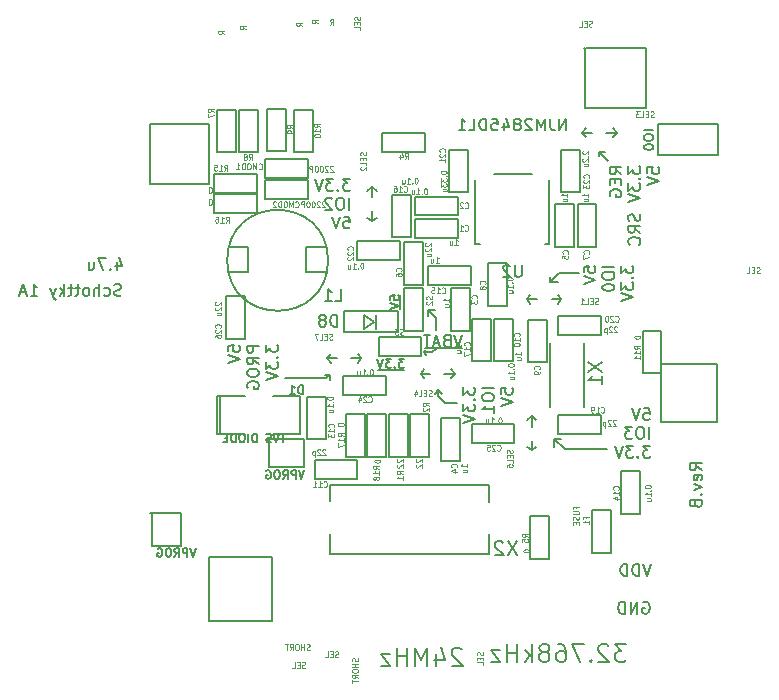
<source format=gbo>
G04 (created by PCBNEW (2013-07-07 BZR 4022)-stable) date 2015/10/09 5:51:01*
%MOIN*%
G04 Gerber Fmt 3.4, Leading zero omitted, Abs format*
%FSLAX34Y34*%
G01*
G70*
G90*
G04 APERTURE LIST*
%ADD10C,0.00393701*%
%ADD11C,0.00787402*%
%ADD12C,0.00629921*%
%ADD13C,0.00688976*%
%ADD14C,0.00590551*%
%ADD15C,0.005*%
%ADD16C,0.0045*%
G04 APERTURE END LIST*
G54D10*
G54D11*
X38149Y-29960D02*
X39370Y-29960D01*
X37322Y-28188D02*
X37322Y-28661D01*
X36574Y-30708D02*
X37440Y-30708D01*
X29055Y-36574D02*
X29055Y-35472D01*
X30000Y-36574D02*
X29055Y-36574D01*
X30000Y-35472D02*
X30000Y-36574D01*
X28976Y-35472D02*
X30000Y-35472D01*
X32952Y-33937D02*
X32952Y-32992D01*
X34094Y-33937D02*
X32952Y-33937D01*
X34094Y-32992D02*
X34094Y-33937D01*
X32952Y-32992D02*
X34094Y-32992D01*
G54D12*
X30492Y-36646D02*
X30400Y-36922D01*
X30308Y-36646D01*
X30216Y-36922D02*
X30216Y-36646D01*
X30111Y-36646D01*
X30085Y-36660D01*
X30072Y-36673D01*
X30059Y-36699D01*
X30059Y-36738D01*
X30072Y-36765D01*
X30085Y-36778D01*
X30111Y-36791D01*
X30216Y-36791D01*
X29783Y-36922D02*
X29875Y-36791D01*
X29940Y-36922D02*
X29940Y-36646D01*
X29835Y-36646D01*
X29809Y-36660D01*
X29796Y-36673D01*
X29783Y-36699D01*
X29783Y-36738D01*
X29796Y-36765D01*
X29809Y-36778D01*
X29835Y-36791D01*
X29940Y-36791D01*
X29612Y-36646D02*
X29560Y-36646D01*
X29534Y-36660D01*
X29507Y-36686D01*
X29494Y-36738D01*
X29494Y-36830D01*
X29507Y-36883D01*
X29534Y-36909D01*
X29560Y-36922D01*
X29612Y-36922D01*
X29639Y-36909D01*
X29665Y-36883D01*
X29678Y-36830D01*
X29678Y-36738D01*
X29665Y-36686D01*
X29639Y-36660D01*
X29612Y-36646D01*
X29232Y-36660D02*
X29258Y-36646D01*
X29297Y-36646D01*
X29337Y-36660D01*
X29363Y-36686D01*
X29376Y-36712D01*
X29389Y-36765D01*
X29389Y-36804D01*
X29376Y-36856D01*
X29363Y-36883D01*
X29337Y-36909D01*
X29297Y-36922D01*
X29271Y-36922D01*
X29232Y-36909D01*
X29219Y-36896D01*
X29219Y-36804D01*
X29271Y-36804D01*
X34114Y-34048D02*
X34022Y-34324D01*
X33930Y-34048D01*
X33838Y-34324D02*
X33838Y-34048D01*
X33733Y-34048D01*
X33707Y-34061D01*
X33694Y-34074D01*
X33681Y-34101D01*
X33681Y-34140D01*
X33694Y-34166D01*
X33707Y-34179D01*
X33733Y-34192D01*
X33838Y-34192D01*
X33405Y-34324D02*
X33497Y-34192D01*
X33562Y-34324D02*
X33562Y-34048D01*
X33458Y-34048D01*
X33431Y-34061D01*
X33418Y-34074D01*
X33405Y-34101D01*
X33405Y-34140D01*
X33418Y-34166D01*
X33431Y-34179D01*
X33458Y-34192D01*
X33562Y-34192D01*
X33234Y-34048D02*
X33182Y-34048D01*
X33156Y-34061D01*
X33129Y-34087D01*
X33116Y-34140D01*
X33116Y-34232D01*
X33129Y-34284D01*
X33156Y-34311D01*
X33182Y-34324D01*
X33234Y-34324D01*
X33261Y-34311D01*
X33287Y-34284D01*
X33300Y-34232D01*
X33300Y-34140D01*
X33287Y-34087D01*
X33261Y-34061D01*
X33234Y-34048D01*
X32854Y-34061D02*
X32880Y-34048D01*
X32919Y-34048D01*
X32959Y-34061D01*
X32985Y-34087D01*
X32998Y-34114D01*
X33011Y-34166D01*
X33011Y-34206D01*
X32998Y-34258D01*
X32985Y-34284D01*
X32959Y-34311D01*
X32919Y-34324D01*
X32893Y-34324D01*
X32854Y-34311D01*
X32841Y-34297D01*
X32841Y-34206D01*
X32893Y-34206D01*
G54D11*
X28976Y-24488D02*
X28976Y-22519D01*
X30944Y-24488D02*
X28976Y-24488D01*
X30944Y-22519D02*
X30944Y-24488D01*
X28976Y-22519D02*
X30944Y-22519D01*
X30944Y-39055D02*
X30944Y-36968D01*
X33031Y-39055D02*
X30944Y-39055D01*
X33031Y-36929D02*
X33031Y-39055D01*
X30944Y-36929D02*
X33031Y-36929D01*
X46023Y-32440D02*
X46023Y-30511D01*
X47874Y-32440D02*
X46023Y-32440D01*
X47874Y-30511D02*
X47874Y-32440D01*
X46023Y-30511D02*
X47874Y-30511D01*
X43464Y-19960D02*
X43425Y-19960D01*
X43464Y-21968D02*
X43464Y-19960D01*
X45511Y-21968D02*
X43464Y-21968D01*
X45511Y-19960D02*
X45511Y-21968D01*
X43503Y-19960D02*
X45511Y-19960D01*
G54D13*
X45757Y-22716D02*
X45442Y-22716D01*
X45442Y-22926D02*
X45442Y-22986D01*
X45457Y-23016D01*
X45487Y-23046D01*
X45547Y-23061D01*
X45652Y-23061D01*
X45712Y-23046D01*
X45742Y-23016D01*
X45757Y-22986D01*
X45757Y-22926D01*
X45742Y-22896D01*
X45712Y-22866D01*
X45652Y-22851D01*
X45547Y-22851D01*
X45487Y-22866D01*
X45457Y-22896D01*
X45442Y-22926D01*
X45442Y-23256D02*
X45442Y-23286D01*
X45457Y-23316D01*
X45472Y-23331D01*
X45502Y-23346D01*
X45562Y-23361D01*
X45637Y-23361D01*
X45697Y-23346D01*
X45727Y-23331D01*
X45742Y-23316D01*
X45757Y-23286D01*
X45757Y-23256D01*
X45742Y-23226D01*
X45727Y-23211D01*
X45697Y-23196D01*
X45637Y-23181D01*
X45562Y-23181D01*
X45502Y-23196D01*
X45472Y-23211D01*
X45457Y-23226D01*
X45442Y-23256D01*
G54D11*
X45905Y-22519D02*
X45944Y-22519D01*
X45905Y-23543D02*
X45905Y-22519D01*
X45984Y-23543D02*
X45905Y-23543D01*
X47913Y-23543D02*
X45984Y-23543D01*
X47913Y-22519D02*
X47913Y-23543D01*
X45944Y-22519D02*
X47913Y-22519D01*
X47364Y-34040D02*
X47176Y-33908D01*
X47364Y-33815D02*
X46970Y-33815D01*
X46970Y-33965D01*
X46989Y-34002D01*
X47007Y-34021D01*
X47045Y-34040D01*
X47101Y-34040D01*
X47139Y-34021D01*
X47157Y-34002D01*
X47176Y-33965D01*
X47176Y-33815D01*
X47345Y-34358D02*
X47364Y-34321D01*
X47364Y-34246D01*
X47345Y-34208D01*
X47307Y-34190D01*
X47157Y-34190D01*
X47120Y-34208D01*
X47101Y-34246D01*
X47101Y-34321D01*
X47120Y-34358D01*
X47157Y-34377D01*
X47195Y-34377D01*
X47232Y-34190D01*
X47101Y-34508D02*
X47364Y-34602D01*
X47101Y-34696D01*
X47326Y-34846D02*
X47345Y-34865D01*
X47364Y-34846D01*
X47345Y-34827D01*
X47326Y-34846D01*
X47364Y-34846D01*
X47157Y-35164D02*
X47176Y-35221D01*
X47195Y-35239D01*
X47232Y-35258D01*
X47289Y-35258D01*
X47326Y-35239D01*
X47345Y-35221D01*
X47364Y-35183D01*
X47364Y-35033D01*
X46970Y-35033D01*
X46970Y-35164D01*
X46989Y-35202D01*
X47007Y-35221D01*
X47045Y-35239D01*
X47082Y-35239D01*
X47120Y-35221D01*
X47139Y-35202D01*
X47157Y-35164D01*
X47157Y-35033D01*
X45671Y-37167D02*
X45539Y-37560D01*
X45408Y-37167D01*
X45277Y-37560D02*
X45277Y-37167D01*
X45183Y-37167D01*
X45127Y-37185D01*
X45089Y-37223D01*
X45071Y-37260D01*
X45052Y-37335D01*
X45052Y-37392D01*
X45071Y-37467D01*
X45089Y-37504D01*
X45127Y-37542D01*
X45183Y-37560D01*
X45277Y-37560D01*
X44883Y-37560D02*
X44883Y-37167D01*
X44790Y-37167D01*
X44733Y-37185D01*
X44696Y-37223D01*
X44677Y-37260D01*
X44658Y-37335D01*
X44658Y-37392D01*
X44677Y-37467D01*
X44696Y-37504D01*
X44733Y-37542D01*
X44790Y-37560D01*
X44883Y-37560D01*
X45408Y-38445D02*
X45446Y-38427D01*
X45502Y-38427D01*
X45558Y-38445D01*
X45596Y-38483D01*
X45614Y-38520D01*
X45633Y-38595D01*
X45633Y-38652D01*
X45614Y-38727D01*
X45596Y-38764D01*
X45558Y-38802D01*
X45502Y-38820D01*
X45464Y-38820D01*
X45408Y-38802D01*
X45389Y-38783D01*
X45389Y-38652D01*
X45464Y-38652D01*
X45221Y-38820D02*
X45221Y-38427D01*
X44996Y-38820D01*
X44996Y-38427D01*
X44808Y-38820D02*
X44808Y-38427D01*
X44715Y-38427D01*
X44658Y-38445D01*
X44621Y-38483D01*
X44602Y-38520D01*
X44583Y-38595D01*
X44583Y-38652D01*
X44602Y-38727D01*
X44621Y-38764D01*
X44658Y-38802D01*
X44715Y-38820D01*
X44808Y-38820D01*
X43937Y-23425D02*
X43937Y-23582D01*
X43937Y-23425D02*
X44133Y-23425D01*
X44251Y-23740D02*
X43937Y-23425D01*
X44686Y-24176D02*
X44499Y-24045D01*
X44686Y-23952D02*
X44293Y-23952D01*
X44293Y-24101D01*
X44311Y-24139D01*
X44330Y-24158D01*
X44368Y-24176D01*
X44424Y-24176D01*
X44461Y-24158D01*
X44480Y-24139D01*
X44499Y-24101D01*
X44499Y-23952D01*
X44480Y-24345D02*
X44480Y-24476D01*
X44686Y-24533D02*
X44686Y-24345D01*
X44293Y-24345D01*
X44293Y-24533D01*
X44311Y-24908D02*
X44293Y-24870D01*
X44293Y-24814D01*
X44311Y-24758D01*
X44349Y-24720D01*
X44386Y-24701D01*
X44461Y-24683D01*
X44518Y-24683D01*
X44593Y-24701D01*
X44630Y-24720D01*
X44668Y-24758D01*
X44686Y-24814D01*
X44686Y-24851D01*
X44668Y-24908D01*
X44649Y-24926D01*
X44518Y-24926D01*
X44518Y-24851D01*
X44923Y-23914D02*
X44923Y-24158D01*
X45073Y-24026D01*
X45073Y-24083D01*
X45091Y-24120D01*
X45110Y-24139D01*
X45148Y-24158D01*
X45241Y-24158D01*
X45279Y-24139D01*
X45298Y-24120D01*
X45316Y-24083D01*
X45316Y-23970D01*
X45298Y-23933D01*
X45279Y-23914D01*
X45279Y-24326D02*
X45298Y-24345D01*
X45316Y-24326D01*
X45298Y-24308D01*
X45279Y-24326D01*
X45316Y-24326D01*
X44923Y-24476D02*
X44923Y-24720D01*
X45073Y-24589D01*
X45073Y-24645D01*
X45091Y-24683D01*
X45110Y-24701D01*
X45148Y-24720D01*
X45241Y-24720D01*
X45279Y-24701D01*
X45298Y-24683D01*
X45316Y-24645D01*
X45316Y-24533D01*
X45298Y-24495D01*
X45279Y-24476D01*
X44923Y-24833D02*
X45316Y-24964D01*
X44923Y-25095D01*
X45298Y-25508D02*
X45316Y-25564D01*
X45316Y-25658D01*
X45298Y-25695D01*
X45279Y-25714D01*
X45241Y-25733D01*
X45204Y-25733D01*
X45166Y-25714D01*
X45148Y-25695D01*
X45129Y-25658D01*
X45110Y-25583D01*
X45091Y-25545D01*
X45073Y-25526D01*
X45035Y-25508D01*
X44998Y-25508D01*
X44960Y-25526D01*
X44941Y-25545D01*
X44923Y-25583D01*
X44923Y-25676D01*
X44941Y-25733D01*
X45316Y-26126D02*
X45129Y-25995D01*
X45316Y-25901D02*
X44923Y-25901D01*
X44923Y-26051D01*
X44941Y-26089D01*
X44960Y-26107D01*
X44998Y-26126D01*
X45054Y-26126D01*
X45091Y-26107D01*
X45110Y-26089D01*
X45129Y-26051D01*
X45129Y-25901D01*
X45279Y-26520D02*
X45298Y-26501D01*
X45316Y-26445D01*
X45316Y-26407D01*
X45298Y-26351D01*
X45260Y-26314D01*
X45223Y-26295D01*
X45148Y-26276D01*
X45091Y-26276D01*
X45016Y-26295D01*
X44979Y-26314D01*
X44941Y-26351D01*
X44923Y-26407D01*
X44923Y-26445D01*
X44941Y-26501D01*
X44960Y-26520D01*
X45553Y-24139D02*
X45553Y-23952D01*
X45740Y-23933D01*
X45721Y-23952D01*
X45703Y-23989D01*
X45703Y-24083D01*
X45721Y-24120D01*
X45740Y-24139D01*
X45778Y-24158D01*
X45871Y-24158D01*
X45909Y-24139D01*
X45928Y-24120D01*
X45946Y-24083D01*
X45946Y-23989D01*
X45928Y-23952D01*
X45909Y-23933D01*
X45553Y-24270D02*
X45946Y-24401D01*
X45553Y-24533D01*
X34960Y-30866D02*
X34803Y-30866D01*
X34960Y-30866D02*
X34960Y-31023D01*
X34842Y-30984D02*
X34960Y-30866D01*
X33464Y-30984D02*
X34842Y-30984D01*
X31576Y-30084D02*
X31576Y-29896D01*
X31764Y-29878D01*
X31745Y-29896D01*
X31726Y-29934D01*
X31726Y-30028D01*
X31745Y-30065D01*
X31764Y-30084D01*
X31801Y-30103D01*
X31895Y-30103D01*
X31932Y-30084D01*
X31951Y-30065D01*
X31970Y-30028D01*
X31970Y-29934D01*
X31951Y-29896D01*
X31932Y-29878D01*
X31576Y-30215D02*
X31970Y-30346D01*
X31576Y-30478D01*
X32600Y-29896D02*
X32206Y-29896D01*
X32206Y-30046D01*
X32225Y-30084D01*
X32244Y-30103D01*
X32281Y-30121D01*
X32337Y-30121D01*
X32375Y-30103D01*
X32394Y-30084D01*
X32412Y-30046D01*
X32412Y-29896D01*
X32600Y-30515D02*
X32412Y-30384D01*
X32600Y-30290D02*
X32206Y-30290D01*
X32206Y-30440D01*
X32225Y-30478D01*
X32244Y-30496D01*
X32281Y-30515D01*
X32337Y-30515D01*
X32375Y-30496D01*
X32394Y-30478D01*
X32412Y-30440D01*
X32412Y-30290D01*
X32206Y-30759D02*
X32206Y-30834D01*
X32225Y-30871D01*
X32262Y-30909D01*
X32337Y-30928D01*
X32469Y-30928D01*
X32544Y-30909D01*
X32581Y-30871D01*
X32600Y-30834D01*
X32600Y-30759D01*
X32581Y-30721D01*
X32544Y-30684D01*
X32469Y-30665D01*
X32337Y-30665D01*
X32262Y-30684D01*
X32225Y-30721D01*
X32206Y-30759D01*
X32225Y-31302D02*
X32206Y-31265D01*
X32206Y-31209D01*
X32225Y-31152D01*
X32262Y-31115D01*
X32300Y-31096D01*
X32375Y-31077D01*
X32431Y-31077D01*
X32506Y-31096D01*
X32544Y-31115D01*
X32581Y-31152D01*
X32600Y-31209D01*
X32600Y-31246D01*
X32581Y-31302D01*
X32562Y-31321D01*
X32431Y-31321D01*
X32431Y-31246D01*
X32836Y-29859D02*
X32836Y-30103D01*
X32986Y-29971D01*
X32986Y-30028D01*
X33005Y-30065D01*
X33023Y-30084D01*
X33061Y-30103D01*
X33155Y-30103D01*
X33192Y-30084D01*
X33211Y-30065D01*
X33230Y-30028D01*
X33230Y-29915D01*
X33211Y-29878D01*
X33192Y-29859D01*
X33192Y-30271D02*
X33211Y-30290D01*
X33230Y-30271D01*
X33211Y-30253D01*
X33192Y-30271D01*
X33230Y-30271D01*
X32836Y-30421D02*
X32836Y-30665D01*
X32986Y-30534D01*
X32986Y-30590D01*
X33005Y-30628D01*
X33023Y-30646D01*
X33061Y-30665D01*
X33155Y-30665D01*
X33192Y-30646D01*
X33211Y-30628D01*
X33230Y-30590D01*
X33230Y-30478D01*
X33211Y-30440D01*
X33192Y-30421D01*
X32836Y-30778D02*
X33230Y-30909D01*
X32836Y-31040D01*
G54D13*
X36989Y-28368D02*
X36989Y-28228D01*
X37130Y-28214D01*
X37116Y-28228D01*
X37102Y-28256D01*
X37102Y-28326D01*
X37116Y-28354D01*
X37130Y-28368D01*
X37158Y-28383D01*
X37228Y-28383D01*
X37256Y-28368D01*
X37270Y-28354D01*
X37284Y-28326D01*
X37284Y-28256D01*
X37270Y-28228D01*
X37256Y-28214D01*
X36989Y-28467D02*
X37284Y-28565D01*
X36989Y-28664D01*
X37443Y-30336D02*
X37260Y-30336D01*
X37359Y-30448D01*
X37317Y-30448D01*
X37289Y-30462D01*
X37275Y-30476D01*
X37260Y-30504D01*
X37260Y-30575D01*
X37275Y-30603D01*
X37289Y-30617D01*
X37317Y-30631D01*
X37401Y-30631D01*
X37429Y-30617D01*
X37443Y-30603D01*
X37134Y-30603D02*
X37120Y-30617D01*
X37134Y-30631D01*
X37148Y-30617D01*
X37134Y-30603D01*
X37134Y-30631D01*
X37021Y-30336D02*
X36839Y-30336D01*
X36937Y-30448D01*
X36895Y-30448D01*
X36867Y-30462D01*
X36853Y-30476D01*
X36839Y-30504D01*
X36839Y-30575D01*
X36853Y-30603D01*
X36867Y-30617D01*
X36895Y-30631D01*
X36979Y-30631D01*
X37007Y-30617D01*
X37021Y-30603D01*
X36754Y-30336D02*
X36656Y-30631D01*
X36557Y-30336D01*
G54D11*
X38110Y-30118D02*
X38188Y-30196D01*
X38110Y-30118D02*
X38188Y-30039D01*
X38385Y-30118D02*
X38110Y-30118D01*
X38503Y-30000D02*
X38385Y-30118D01*
X38228Y-28700D02*
X38228Y-28897D01*
X38228Y-28700D02*
X38464Y-28700D01*
X38503Y-28976D02*
X38228Y-28700D01*
X38503Y-29370D02*
X38503Y-28976D01*
X39386Y-29529D02*
X39255Y-29923D01*
X39124Y-29529D01*
X38862Y-29716D02*
X38805Y-29735D01*
X38787Y-29754D01*
X38768Y-29791D01*
X38768Y-29848D01*
X38787Y-29885D01*
X38805Y-29904D01*
X38843Y-29923D01*
X38993Y-29923D01*
X38993Y-29529D01*
X38862Y-29529D01*
X38824Y-29548D01*
X38805Y-29566D01*
X38787Y-29604D01*
X38787Y-29641D01*
X38805Y-29679D01*
X38824Y-29698D01*
X38862Y-29716D01*
X38993Y-29716D01*
X38618Y-29810D02*
X38430Y-29810D01*
X38655Y-29923D02*
X38524Y-29529D01*
X38393Y-29923D01*
X38318Y-29529D02*
X38093Y-29529D01*
X38205Y-29923D02*
X38205Y-29529D01*
X42440Y-32992D02*
X42677Y-32992D01*
X42440Y-32992D02*
X42440Y-33267D01*
X42795Y-33346D02*
X42440Y-32992D01*
X44212Y-33346D02*
X42795Y-33346D01*
X45427Y-31970D02*
X45614Y-31970D01*
X45633Y-32157D01*
X45614Y-32139D01*
X45577Y-32120D01*
X45483Y-32120D01*
X45446Y-32139D01*
X45427Y-32157D01*
X45408Y-32195D01*
X45408Y-32289D01*
X45427Y-32326D01*
X45446Y-32345D01*
X45483Y-32364D01*
X45577Y-32364D01*
X45614Y-32345D01*
X45633Y-32326D01*
X45296Y-31970D02*
X45164Y-32364D01*
X45033Y-31970D01*
X45614Y-32994D02*
X45614Y-32600D01*
X45352Y-32600D02*
X45277Y-32600D01*
X45239Y-32619D01*
X45202Y-32656D01*
X45183Y-32731D01*
X45183Y-32862D01*
X45202Y-32937D01*
X45239Y-32975D01*
X45277Y-32994D01*
X45352Y-32994D01*
X45389Y-32975D01*
X45427Y-32937D01*
X45446Y-32862D01*
X45446Y-32731D01*
X45427Y-32656D01*
X45389Y-32619D01*
X45352Y-32600D01*
X45052Y-32600D02*
X44808Y-32600D01*
X44940Y-32750D01*
X44883Y-32750D01*
X44846Y-32769D01*
X44827Y-32787D01*
X44808Y-32825D01*
X44808Y-32919D01*
X44827Y-32956D01*
X44846Y-32975D01*
X44883Y-32994D01*
X44996Y-32994D01*
X45033Y-32975D01*
X45052Y-32956D01*
X45652Y-33230D02*
X45408Y-33230D01*
X45539Y-33380D01*
X45483Y-33380D01*
X45446Y-33398D01*
X45427Y-33417D01*
X45408Y-33455D01*
X45408Y-33548D01*
X45427Y-33586D01*
X45446Y-33605D01*
X45483Y-33623D01*
X45596Y-33623D01*
X45633Y-33605D01*
X45652Y-33586D01*
X45239Y-33586D02*
X45221Y-33605D01*
X45239Y-33623D01*
X45258Y-33605D01*
X45239Y-33586D01*
X45239Y-33623D01*
X45089Y-33230D02*
X44846Y-33230D01*
X44977Y-33380D01*
X44921Y-33380D01*
X44883Y-33398D01*
X44865Y-33417D01*
X44846Y-33455D01*
X44846Y-33548D01*
X44865Y-33586D01*
X44883Y-33605D01*
X44921Y-33623D01*
X45033Y-33623D01*
X45071Y-33605D01*
X45089Y-33586D01*
X44733Y-33230D02*
X44602Y-33623D01*
X44471Y-33230D01*
X38582Y-31377D02*
X38464Y-31496D01*
X38582Y-31377D02*
X38700Y-31496D01*
X38582Y-31574D02*
X38582Y-31377D01*
X38818Y-31811D02*
X38582Y-31574D01*
X39212Y-31811D02*
X38818Y-31811D01*
X39411Y-31276D02*
X39411Y-31520D01*
X39561Y-31389D01*
X39561Y-31445D01*
X39580Y-31482D01*
X39598Y-31501D01*
X39636Y-31520D01*
X39730Y-31520D01*
X39767Y-31501D01*
X39786Y-31482D01*
X39805Y-31445D01*
X39805Y-31332D01*
X39786Y-31295D01*
X39767Y-31276D01*
X39767Y-31689D02*
X39786Y-31707D01*
X39805Y-31689D01*
X39786Y-31670D01*
X39767Y-31689D01*
X39805Y-31689D01*
X39411Y-31839D02*
X39411Y-32082D01*
X39561Y-31951D01*
X39561Y-32007D01*
X39580Y-32045D01*
X39598Y-32064D01*
X39636Y-32082D01*
X39730Y-32082D01*
X39767Y-32064D01*
X39786Y-32045D01*
X39805Y-32007D01*
X39805Y-31895D01*
X39786Y-31857D01*
X39767Y-31839D01*
X39411Y-32195D02*
X39805Y-32326D01*
X39411Y-32457D01*
X40434Y-31314D02*
X40041Y-31314D01*
X40041Y-31576D02*
X40041Y-31651D01*
X40059Y-31689D01*
X40097Y-31726D01*
X40172Y-31745D01*
X40303Y-31745D01*
X40378Y-31726D01*
X40416Y-31689D01*
X40434Y-31651D01*
X40434Y-31576D01*
X40416Y-31539D01*
X40378Y-31501D01*
X40303Y-31482D01*
X40172Y-31482D01*
X40097Y-31501D01*
X40059Y-31539D01*
X40041Y-31576D01*
X40434Y-32120D02*
X40434Y-31895D01*
X40434Y-32007D02*
X40041Y-32007D01*
X40097Y-31970D01*
X40134Y-31932D01*
X40153Y-31895D01*
X40671Y-31501D02*
X40671Y-31314D01*
X40858Y-31295D01*
X40839Y-31314D01*
X40821Y-31351D01*
X40821Y-31445D01*
X40839Y-31482D01*
X40858Y-31501D01*
X40896Y-31520D01*
X40989Y-31520D01*
X41027Y-31501D01*
X41046Y-31482D01*
X41064Y-31445D01*
X41064Y-31351D01*
X41046Y-31314D01*
X41027Y-31295D01*
X40671Y-31632D02*
X41064Y-31764D01*
X40671Y-31895D01*
X35652Y-24332D02*
X35408Y-24332D01*
X35539Y-24482D01*
X35483Y-24482D01*
X35446Y-24501D01*
X35427Y-24520D01*
X35408Y-24557D01*
X35408Y-24651D01*
X35427Y-24688D01*
X35446Y-24707D01*
X35483Y-24726D01*
X35596Y-24726D01*
X35633Y-24707D01*
X35652Y-24688D01*
X35239Y-24688D02*
X35221Y-24707D01*
X35239Y-24726D01*
X35258Y-24707D01*
X35239Y-24688D01*
X35239Y-24726D01*
X35089Y-24332D02*
X34846Y-24332D01*
X34977Y-24482D01*
X34921Y-24482D01*
X34883Y-24501D01*
X34865Y-24520D01*
X34846Y-24557D01*
X34846Y-24651D01*
X34865Y-24688D01*
X34883Y-24707D01*
X34921Y-24726D01*
X35033Y-24726D01*
X35071Y-24707D01*
X35089Y-24688D01*
X34733Y-24332D02*
X34602Y-24726D01*
X34471Y-24332D01*
X35614Y-25356D02*
X35614Y-24962D01*
X35352Y-24962D02*
X35277Y-24962D01*
X35239Y-24981D01*
X35202Y-25018D01*
X35183Y-25093D01*
X35183Y-25224D01*
X35202Y-25299D01*
X35239Y-25337D01*
X35277Y-25356D01*
X35352Y-25356D01*
X35389Y-25337D01*
X35427Y-25299D01*
X35446Y-25224D01*
X35446Y-25093D01*
X35427Y-25018D01*
X35389Y-24981D01*
X35352Y-24962D01*
X35033Y-25000D02*
X35014Y-24981D01*
X34977Y-24962D01*
X34883Y-24962D01*
X34846Y-24981D01*
X34827Y-25000D01*
X34808Y-25037D01*
X34808Y-25074D01*
X34827Y-25131D01*
X35052Y-25356D01*
X34808Y-25356D01*
X35427Y-25592D02*
X35614Y-25592D01*
X35633Y-25779D01*
X35614Y-25761D01*
X35577Y-25742D01*
X35483Y-25742D01*
X35446Y-25761D01*
X35427Y-25779D01*
X35408Y-25817D01*
X35408Y-25911D01*
X35427Y-25948D01*
X35446Y-25967D01*
X35483Y-25986D01*
X35577Y-25986D01*
X35614Y-25967D01*
X35633Y-25948D01*
X35296Y-25592D02*
X35164Y-25986D01*
X35033Y-25592D01*
X42322Y-27755D02*
X42322Y-27598D01*
X42322Y-27755D02*
X42559Y-27755D01*
X42598Y-27480D02*
X42322Y-27755D01*
X43267Y-27480D02*
X42598Y-27480D01*
X43427Y-27446D02*
X43427Y-27259D01*
X43614Y-27240D01*
X43595Y-27259D01*
X43577Y-27296D01*
X43577Y-27390D01*
X43595Y-27427D01*
X43614Y-27446D01*
X43652Y-27465D01*
X43745Y-27465D01*
X43783Y-27446D01*
X43802Y-27427D01*
X43820Y-27390D01*
X43820Y-27296D01*
X43802Y-27259D01*
X43783Y-27240D01*
X43427Y-27577D02*
X43820Y-27709D01*
X43427Y-27840D01*
X44450Y-27259D02*
X44056Y-27259D01*
X44056Y-27521D02*
X44056Y-27596D01*
X44075Y-27634D01*
X44113Y-27671D01*
X44188Y-27690D01*
X44319Y-27690D01*
X44394Y-27671D01*
X44431Y-27634D01*
X44450Y-27596D01*
X44450Y-27521D01*
X44431Y-27484D01*
X44394Y-27446D01*
X44319Y-27427D01*
X44188Y-27427D01*
X44113Y-27446D01*
X44075Y-27484D01*
X44056Y-27521D01*
X44056Y-27934D02*
X44056Y-27971D01*
X44075Y-28008D01*
X44094Y-28027D01*
X44131Y-28046D01*
X44206Y-28065D01*
X44300Y-28065D01*
X44375Y-28046D01*
X44413Y-28027D01*
X44431Y-28008D01*
X44450Y-27971D01*
X44450Y-27934D01*
X44431Y-27896D01*
X44413Y-27877D01*
X44375Y-27859D01*
X44300Y-27840D01*
X44206Y-27840D01*
X44131Y-27859D01*
X44094Y-27877D01*
X44075Y-27896D01*
X44056Y-27934D01*
X44686Y-27221D02*
X44686Y-27465D01*
X44836Y-27334D01*
X44836Y-27390D01*
X44855Y-27427D01*
X44874Y-27446D01*
X44911Y-27465D01*
X45005Y-27465D01*
X45043Y-27446D01*
X45061Y-27427D01*
X45080Y-27390D01*
X45080Y-27277D01*
X45061Y-27240D01*
X45043Y-27221D01*
X45043Y-27634D02*
X45061Y-27652D01*
X45080Y-27634D01*
X45061Y-27615D01*
X45043Y-27634D01*
X45080Y-27634D01*
X44686Y-27784D02*
X44686Y-28027D01*
X44836Y-27896D01*
X44836Y-27952D01*
X44855Y-27990D01*
X44874Y-28008D01*
X44911Y-28027D01*
X45005Y-28027D01*
X45043Y-28008D01*
X45061Y-27990D01*
X45080Y-27952D01*
X45080Y-27840D01*
X45061Y-27802D01*
X45043Y-27784D01*
X44686Y-28140D02*
X45080Y-28271D01*
X44686Y-28402D01*
G54D14*
X42283Y-26496D02*
X42283Y-24370D01*
X41692Y-24173D02*
X40433Y-24173D01*
X42125Y-26496D02*
X42283Y-26496D01*
X39803Y-24370D02*
X39803Y-26496D01*
X39803Y-26496D02*
X39960Y-26496D01*
X36496Y-29330D02*
X36496Y-28858D01*
X36456Y-29094D02*
X36102Y-28858D01*
X36102Y-29330D02*
X36456Y-29094D01*
X36102Y-29330D02*
X36102Y-28858D01*
X35433Y-29448D02*
X37244Y-29448D01*
X37244Y-29448D02*
X37244Y-28740D01*
X37244Y-28740D02*
X35433Y-28740D01*
X35433Y-28740D02*
X35433Y-29448D01*
X31299Y-32834D02*
X31299Y-31574D01*
X33976Y-32834D02*
X33976Y-31574D01*
X31220Y-32834D02*
X31220Y-31574D01*
X33069Y-31572D02*
X33969Y-31572D01*
X33969Y-32836D02*
X33069Y-32836D01*
X32125Y-32834D02*
X31220Y-32834D01*
X31220Y-31574D02*
X32125Y-31574D01*
X39133Y-30826D02*
X39015Y-30669D01*
X38779Y-30826D02*
X39133Y-30826D01*
X39133Y-30826D02*
X39015Y-30984D01*
X37992Y-30826D02*
X38110Y-30669D01*
X38307Y-30826D02*
X37992Y-30826D01*
X37992Y-30826D02*
X38110Y-30984D01*
X41692Y-32244D02*
X41535Y-32362D01*
X41692Y-32598D02*
X41692Y-32244D01*
X41692Y-32244D02*
X41850Y-32362D01*
X41692Y-33385D02*
X41535Y-33267D01*
X41692Y-33070D02*
X41692Y-33385D01*
X41692Y-33385D02*
X41850Y-33267D01*
X36377Y-25748D02*
X36535Y-25629D01*
X36377Y-25393D02*
X36377Y-25748D01*
X36377Y-25748D02*
X36220Y-25629D01*
X36377Y-24606D02*
X36535Y-24724D01*
X36377Y-24921D02*
X36377Y-24606D01*
X36377Y-24606D02*
X36220Y-24724D01*
X41535Y-28346D02*
X41653Y-28503D01*
X41889Y-28346D02*
X41535Y-28346D01*
X41535Y-28346D02*
X41653Y-28188D01*
X42677Y-28346D02*
X42559Y-28503D01*
X42362Y-28346D02*
X42677Y-28346D01*
X42677Y-28346D02*
X42559Y-28188D01*
X36023Y-30314D02*
X35905Y-30157D01*
X35669Y-30314D02*
X36023Y-30314D01*
X36023Y-30314D02*
X35905Y-30472D01*
X34881Y-30314D02*
X35000Y-30157D01*
X35196Y-30314D02*
X34881Y-30314D01*
X34881Y-30314D02*
X35000Y-30472D01*
X44527Y-22795D02*
X44409Y-22637D01*
X44173Y-22795D02*
X44527Y-22795D01*
X44527Y-22795D02*
X44409Y-22952D01*
X43385Y-22795D02*
X43503Y-22637D01*
X43700Y-22795D02*
X43385Y-22795D01*
X43385Y-22795D02*
X43503Y-22952D01*
X41122Y-32519D02*
X39704Y-32519D01*
X39704Y-32519D02*
X39704Y-33149D01*
X39704Y-33149D02*
X41122Y-33149D01*
X41122Y-33149D02*
X41122Y-32519D01*
X36830Y-30905D02*
X35413Y-30905D01*
X35413Y-30905D02*
X35413Y-31535D01*
X35413Y-31535D02*
X36830Y-31535D01*
X36830Y-31535D02*
X36830Y-30905D01*
X35885Y-33700D02*
X34468Y-33700D01*
X34468Y-33700D02*
X34468Y-34330D01*
X34468Y-34330D02*
X35885Y-34330D01*
X35885Y-34330D02*
X35885Y-33700D01*
X35885Y-27047D02*
X37303Y-27047D01*
X37303Y-27047D02*
X37303Y-26417D01*
X37303Y-26417D02*
X35885Y-26417D01*
X35885Y-26417D02*
X35885Y-27047D01*
X38070Y-27854D02*
X38070Y-26437D01*
X38070Y-26437D02*
X37440Y-26437D01*
X37440Y-26437D02*
X37440Y-27854D01*
X37440Y-27854D02*
X38070Y-27854D01*
X31496Y-28248D02*
X31496Y-29665D01*
X31496Y-29665D02*
X32125Y-29665D01*
X32125Y-29665D02*
X32125Y-28248D01*
X32125Y-28248D02*
X31496Y-28248D01*
X32874Y-21988D02*
X32874Y-23405D01*
X32874Y-23405D02*
X33503Y-23405D01*
X33503Y-23405D02*
X33503Y-21988D01*
X33503Y-21988D02*
X32874Y-21988D01*
X33779Y-22027D02*
X33779Y-23444D01*
X33779Y-23444D02*
X34409Y-23444D01*
X34409Y-23444D02*
X34409Y-22027D01*
X34409Y-22027D02*
X33779Y-22027D01*
X39015Y-27972D02*
X39015Y-29389D01*
X39015Y-29389D02*
X39645Y-29389D01*
X39645Y-29389D02*
X39645Y-27972D01*
X39645Y-27972D02*
X39015Y-27972D01*
X45314Y-35492D02*
X45314Y-34074D01*
X45314Y-34074D02*
X44685Y-34074D01*
X44685Y-34074D02*
X44685Y-35492D01*
X44685Y-35492D02*
X45314Y-35492D01*
X44330Y-36791D02*
X44330Y-35374D01*
X44330Y-35374D02*
X43700Y-35374D01*
X43700Y-35374D02*
X43700Y-36791D01*
X43700Y-36791D02*
X44330Y-36791D01*
X37637Y-32185D02*
X37637Y-33602D01*
X37637Y-33602D02*
X38267Y-33602D01*
X38267Y-33602D02*
X38267Y-32185D01*
X38267Y-32185D02*
X37637Y-32185D01*
X36929Y-32185D02*
X36929Y-33602D01*
X36929Y-33602D02*
X37559Y-33602D01*
X37559Y-33602D02*
X37559Y-32185D01*
X37559Y-32185D02*
X36929Y-32185D01*
X34212Y-31594D02*
X34212Y-33011D01*
X34212Y-33011D02*
X34842Y-33011D01*
X34842Y-33011D02*
X34842Y-31594D01*
X34842Y-31594D02*
X34212Y-31594D01*
X32814Y-25000D02*
X34232Y-25000D01*
X34232Y-25000D02*
X34232Y-24370D01*
X34232Y-24370D02*
X32814Y-24370D01*
X32814Y-24370D02*
X32814Y-25000D01*
X32814Y-24291D02*
X34232Y-24291D01*
X34232Y-24291D02*
X34232Y-23661D01*
X34232Y-23661D02*
X32814Y-23661D01*
X32814Y-23661D02*
X32814Y-24291D01*
X38685Y-32311D02*
X38685Y-33728D01*
X38685Y-33728D02*
X39314Y-33728D01*
X39314Y-33728D02*
X39314Y-32311D01*
X39314Y-32311D02*
X38685Y-32311D01*
X43858Y-26594D02*
X43858Y-25177D01*
X43858Y-25177D02*
X43228Y-25177D01*
X43228Y-25177D02*
X43228Y-26594D01*
X43228Y-26594D02*
X43858Y-26594D01*
X43110Y-26594D02*
X43110Y-25177D01*
X43110Y-25177D02*
X42480Y-25177D01*
X42480Y-25177D02*
X42480Y-26594D01*
X42480Y-26594D02*
X43110Y-26594D01*
X40866Y-28562D02*
X40866Y-27145D01*
X40866Y-27145D02*
X40236Y-27145D01*
X40236Y-27145D02*
X40236Y-28562D01*
X40236Y-28562D02*
X40866Y-28562D01*
X39724Y-28996D02*
X39724Y-30413D01*
X39724Y-30413D02*
X40354Y-30413D01*
X40354Y-30413D02*
X40354Y-28996D01*
X40354Y-28996D02*
X39724Y-28996D01*
X40433Y-28996D02*
X40433Y-30413D01*
X40433Y-30413D02*
X41062Y-30413D01*
X41062Y-30413D02*
X41062Y-28996D01*
X41062Y-28996D02*
X40433Y-28996D01*
X41574Y-29035D02*
X41574Y-30452D01*
X41574Y-30452D02*
X42204Y-30452D01*
X42204Y-30452D02*
X42204Y-29035D01*
X42204Y-29035D02*
X41574Y-29035D01*
X39665Y-27244D02*
X38248Y-27244D01*
X38248Y-27244D02*
X38248Y-27874D01*
X38248Y-27874D02*
X39665Y-27874D01*
X39665Y-27874D02*
X39665Y-27244D01*
X37677Y-26279D02*
X37677Y-24862D01*
X37677Y-24862D02*
X37047Y-24862D01*
X37047Y-24862D02*
X37047Y-26279D01*
X37047Y-26279D02*
X37677Y-26279D01*
X37814Y-26299D02*
X39232Y-26299D01*
X39232Y-26299D02*
X39232Y-25669D01*
X39232Y-25669D02*
X37814Y-25669D01*
X37814Y-25669D02*
X37814Y-26299D01*
X38129Y-22795D02*
X36712Y-22795D01*
X36712Y-22795D02*
X36712Y-23425D01*
X36712Y-23425D02*
X38129Y-23425D01*
X38129Y-23425D02*
X38129Y-22795D01*
X38937Y-23366D02*
X38937Y-24783D01*
X38937Y-24783D02*
X39566Y-24783D01*
X39566Y-24783D02*
X39566Y-23366D01*
X39566Y-23366D02*
X38937Y-23366D01*
X37814Y-25551D02*
X39232Y-25551D01*
X39232Y-25551D02*
X39232Y-24921D01*
X39232Y-24921D02*
X37814Y-24921D01*
X37814Y-24921D02*
X37814Y-25551D01*
X42677Y-23366D02*
X42677Y-24783D01*
X42677Y-24783D02*
X43307Y-24783D01*
X43307Y-24783D02*
X43307Y-23366D01*
X43307Y-23366D02*
X42677Y-23366D01*
X31929Y-22027D02*
X31929Y-23444D01*
X31929Y-23444D02*
X32559Y-23444D01*
X32559Y-23444D02*
X32559Y-22027D01*
X32559Y-22027D02*
X31929Y-22027D01*
X31220Y-22027D02*
X31220Y-23444D01*
X31220Y-23444D02*
X31850Y-23444D01*
X31850Y-23444D02*
X31850Y-22027D01*
X31850Y-22027D02*
X31220Y-22027D01*
X42578Y-29527D02*
X43996Y-29527D01*
X43996Y-29527D02*
X43996Y-28897D01*
X43996Y-28897D02*
X42578Y-28897D01*
X42578Y-28897D02*
X42578Y-29527D01*
X42578Y-32834D02*
X43996Y-32834D01*
X43996Y-32834D02*
X43996Y-32204D01*
X43996Y-32204D02*
X42578Y-32204D01*
X42578Y-32204D02*
X42578Y-32834D01*
X34842Y-27440D02*
X34173Y-27440D01*
X34173Y-27440D02*
X34173Y-26614D01*
X34173Y-26614D02*
X34842Y-26614D01*
X31614Y-27440D02*
X32244Y-27440D01*
X32244Y-27440D02*
X32244Y-26614D01*
X32244Y-26614D02*
X31614Y-26614D01*
X34910Y-27047D02*
G75*
G03X34910Y-27047I-1681J0D01*
G74*
G01*
X38070Y-29389D02*
X38070Y-27972D01*
X38070Y-27972D02*
X37440Y-27972D01*
X37440Y-27972D02*
X37440Y-29389D01*
X37440Y-29389D02*
X38070Y-29389D01*
X36594Y-30236D02*
X38011Y-30236D01*
X38011Y-30236D02*
X38011Y-29606D01*
X38011Y-29606D02*
X36594Y-29606D01*
X36594Y-29606D02*
X36594Y-30236D01*
X36220Y-32185D02*
X36220Y-33602D01*
X36220Y-33602D02*
X36850Y-33602D01*
X36850Y-33602D02*
X36850Y-32185D01*
X36850Y-32185D02*
X36220Y-32185D01*
X35511Y-32185D02*
X35511Y-33602D01*
X35511Y-33602D02*
X36141Y-33602D01*
X36141Y-33602D02*
X36141Y-32185D01*
X36141Y-32185D02*
X35511Y-32185D01*
X42283Y-36988D02*
X42283Y-35570D01*
X42283Y-35570D02*
X41653Y-35570D01*
X41653Y-35570D02*
X41653Y-36988D01*
X41653Y-36988D02*
X42283Y-36988D01*
X32539Y-24842D02*
X31122Y-24842D01*
X31122Y-24842D02*
X31122Y-25472D01*
X31122Y-25472D02*
X32539Y-25472D01*
X32539Y-25472D02*
X32539Y-24842D01*
X32539Y-24173D02*
X31122Y-24173D01*
X31122Y-24173D02*
X31122Y-24803D01*
X31122Y-24803D02*
X32539Y-24803D01*
X32539Y-24803D02*
X32539Y-24173D01*
X46023Y-30807D02*
X46023Y-29389D01*
X46023Y-29389D02*
X45393Y-29389D01*
X45393Y-29389D02*
X45393Y-30807D01*
X45393Y-30807D02*
X46023Y-30807D01*
X40275Y-35118D02*
X40275Y-34527D01*
X40275Y-34527D02*
X34960Y-34527D01*
X34960Y-34527D02*
X34960Y-35078D01*
X34960Y-36181D02*
X34960Y-36850D01*
X34960Y-36850D02*
X40275Y-36850D01*
X40275Y-36850D02*
X40275Y-36181D01*
X42322Y-29803D02*
X42322Y-31929D01*
X43425Y-31929D02*
X43425Y-29803D01*
X41362Y-27206D02*
X41362Y-27525D01*
X41344Y-27562D01*
X41325Y-27581D01*
X41287Y-27600D01*
X41212Y-27600D01*
X41175Y-27581D01*
X41156Y-27562D01*
X41137Y-27525D01*
X41137Y-27206D01*
X40969Y-27244D02*
X40950Y-27225D01*
X40913Y-27206D01*
X40819Y-27206D01*
X40781Y-27225D01*
X40763Y-27244D01*
X40744Y-27281D01*
X40744Y-27319D01*
X40763Y-27375D01*
X40988Y-27600D01*
X40744Y-27600D01*
X42844Y-22718D02*
X42844Y-22324D01*
X42619Y-22718D01*
X42619Y-22324D01*
X42319Y-22324D02*
X42319Y-22605D01*
X42337Y-22662D01*
X42375Y-22699D01*
X42431Y-22718D01*
X42469Y-22718D01*
X42131Y-22718D02*
X42131Y-22324D01*
X42000Y-22605D01*
X41869Y-22324D01*
X41869Y-22718D01*
X41700Y-22362D02*
X41681Y-22343D01*
X41644Y-22324D01*
X41550Y-22324D01*
X41512Y-22343D01*
X41494Y-22362D01*
X41475Y-22399D01*
X41475Y-22437D01*
X41494Y-22493D01*
X41719Y-22718D01*
X41475Y-22718D01*
X41250Y-22493D02*
X41287Y-22474D01*
X41306Y-22455D01*
X41325Y-22418D01*
X41325Y-22399D01*
X41306Y-22362D01*
X41287Y-22343D01*
X41250Y-22324D01*
X41175Y-22324D01*
X41137Y-22343D01*
X41119Y-22362D01*
X41100Y-22399D01*
X41100Y-22418D01*
X41119Y-22455D01*
X41137Y-22474D01*
X41175Y-22493D01*
X41250Y-22493D01*
X41287Y-22512D01*
X41306Y-22530D01*
X41325Y-22568D01*
X41325Y-22643D01*
X41306Y-22680D01*
X41287Y-22699D01*
X41250Y-22718D01*
X41175Y-22718D01*
X41137Y-22699D01*
X41119Y-22680D01*
X41100Y-22643D01*
X41100Y-22568D01*
X41119Y-22530D01*
X41137Y-22512D01*
X41175Y-22493D01*
X40763Y-22455D02*
X40763Y-22718D01*
X40856Y-22305D02*
X40950Y-22587D01*
X40706Y-22587D01*
X40369Y-22324D02*
X40556Y-22324D01*
X40575Y-22512D01*
X40556Y-22493D01*
X40519Y-22474D01*
X40425Y-22474D01*
X40388Y-22493D01*
X40369Y-22512D01*
X40350Y-22549D01*
X40350Y-22643D01*
X40369Y-22680D01*
X40388Y-22699D01*
X40425Y-22718D01*
X40519Y-22718D01*
X40556Y-22699D01*
X40575Y-22680D01*
X40181Y-22718D02*
X40181Y-22324D01*
X40088Y-22324D01*
X40031Y-22343D01*
X39994Y-22380D01*
X39975Y-22418D01*
X39956Y-22493D01*
X39956Y-22549D01*
X39975Y-22624D01*
X39994Y-22662D01*
X40031Y-22699D01*
X40088Y-22718D01*
X40181Y-22718D01*
X39600Y-22718D02*
X39788Y-22718D01*
X39788Y-22324D01*
X39263Y-22718D02*
X39488Y-22718D01*
X39375Y-22718D02*
X39375Y-22324D01*
X39413Y-22380D01*
X39450Y-22418D01*
X39488Y-22437D01*
X35211Y-29253D02*
X35211Y-28860D01*
X35118Y-28860D01*
X35061Y-28878D01*
X35024Y-28916D01*
X35005Y-28953D01*
X34986Y-29028D01*
X34986Y-29085D01*
X35005Y-29160D01*
X35024Y-29197D01*
X35061Y-29235D01*
X35118Y-29253D01*
X35211Y-29253D01*
X34761Y-29028D02*
X34799Y-29010D01*
X34818Y-28991D01*
X34836Y-28953D01*
X34836Y-28935D01*
X34818Y-28897D01*
X34799Y-28878D01*
X34761Y-28860D01*
X34686Y-28860D01*
X34649Y-28878D01*
X34630Y-28897D01*
X34611Y-28935D01*
X34611Y-28953D01*
X34630Y-28991D01*
X34649Y-29010D01*
X34686Y-29028D01*
X34761Y-29028D01*
X34799Y-29047D01*
X34818Y-29066D01*
X34836Y-29103D01*
X34836Y-29178D01*
X34818Y-29216D01*
X34799Y-29235D01*
X34761Y-29253D01*
X34686Y-29253D01*
X34649Y-29235D01*
X34630Y-29216D01*
X34611Y-29178D01*
X34611Y-29103D01*
X34630Y-29066D01*
X34649Y-29047D01*
X34686Y-29028D01*
X28016Y-28211D02*
X27960Y-28230D01*
X27866Y-28230D01*
X27829Y-28211D01*
X27810Y-28192D01*
X27791Y-28155D01*
X27791Y-28117D01*
X27810Y-28080D01*
X27829Y-28061D01*
X27866Y-28042D01*
X27941Y-28023D01*
X27979Y-28005D01*
X27997Y-27986D01*
X28016Y-27949D01*
X28016Y-27911D01*
X27997Y-27874D01*
X27979Y-27855D01*
X27941Y-27836D01*
X27847Y-27836D01*
X27791Y-27855D01*
X27454Y-28211D02*
X27491Y-28230D01*
X27566Y-28230D01*
X27604Y-28211D01*
X27622Y-28192D01*
X27641Y-28155D01*
X27641Y-28042D01*
X27622Y-28005D01*
X27604Y-27986D01*
X27566Y-27967D01*
X27491Y-27967D01*
X27454Y-27986D01*
X27285Y-28230D02*
X27285Y-27836D01*
X27116Y-28230D02*
X27116Y-28023D01*
X27135Y-27986D01*
X27172Y-27967D01*
X27229Y-27967D01*
X27266Y-27986D01*
X27285Y-28005D01*
X26872Y-28230D02*
X26910Y-28211D01*
X26929Y-28192D01*
X26947Y-28155D01*
X26947Y-28042D01*
X26929Y-28005D01*
X26910Y-27986D01*
X26872Y-27967D01*
X26816Y-27967D01*
X26779Y-27986D01*
X26760Y-28005D01*
X26741Y-28042D01*
X26741Y-28155D01*
X26760Y-28192D01*
X26779Y-28211D01*
X26816Y-28230D01*
X26872Y-28230D01*
X26629Y-27967D02*
X26479Y-27967D01*
X26572Y-27836D02*
X26572Y-28173D01*
X26554Y-28211D01*
X26516Y-28230D01*
X26479Y-28230D01*
X26404Y-27967D02*
X26254Y-27967D01*
X26347Y-27836D02*
X26347Y-28173D01*
X26329Y-28211D01*
X26291Y-28230D01*
X26254Y-28230D01*
X26122Y-28230D02*
X26122Y-27836D01*
X26085Y-28080D02*
X25973Y-28230D01*
X25973Y-27967D02*
X26122Y-28117D01*
X25841Y-27967D02*
X25748Y-28230D01*
X25654Y-27967D02*
X25748Y-28230D01*
X25785Y-28323D01*
X25804Y-28342D01*
X25841Y-28361D01*
X24998Y-28230D02*
X25223Y-28230D01*
X25110Y-28230D02*
X25110Y-27836D01*
X25148Y-27892D01*
X25185Y-27930D01*
X25223Y-27949D01*
X24848Y-28117D02*
X24660Y-28117D01*
X24885Y-28230D02*
X24754Y-27836D01*
X24623Y-28230D01*
G54D15*
X34061Y-31489D02*
X34061Y-31213D01*
X33996Y-31213D01*
X33956Y-31226D01*
X33930Y-31253D01*
X33917Y-31279D01*
X33904Y-31331D01*
X33904Y-31371D01*
X33917Y-31423D01*
X33930Y-31450D01*
X33956Y-31476D01*
X33996Y-31489D01*
X34061Y-31489D01*
X33641Y-31489D02*
X33799Y-31489D01*
X33720Y-31489D02*
X33720Y-31213D01*
X33746Y-31253D01*
X33772Y-31279D01*
X33799Y-31292D01*
X33485Y-32827D02*
X33328Y-32827D01*
X33406Y-33103D02*
X33406Y-32827D01*
X33275Y-32827D02*
X33183Y-33103D01*
X33091Y-32827D01*
X33012Y-33090D02*
X32973Y-33103D01*
X32907Y-33103D01*
X32881Y-33090D01*
X32868Y-33077D01*
X32854Y-33051D01*
X32854Y-33024D01*
X32868Y-32998D01*
X32881Y-32985D01*
X32907Y-32972D01*
X32960Y-32959D01*
X32986Y-32946D01*
X32999Y-32932D01*
X33012Y-32906D01*
X33012Y-32880D01*
X32999Y-32854D01*
X32986Y-32840D01*
X32960Y-32827D01*
X32894Y-32827D01*
X32854Y-32840D01*
X32526Y-33103D02*
X32526Y-32827D01*
X32460Y-32827D01*
X32421Y-32840D01*
X32394Y-32867D01*
X32381Y-32893D01*
X32368Y-32946D01*
X32368Y-32985D01*
X32381Y-33038D01*
X32394Y-33064D01*
X32421Y-33090D01*
X32460Y-33103D01*
X32526Y-33103D01*
X32250Y-33103D02*
X32250Y-32827D01*
X32066Y-32827D02*
X32013Y-32827D01*
X31987Y-32840D01*
X31961Y-32867D01*
X31948Y-32919D01*
X31948Y-33011D01*
X31961Y-33064D01*
X31987Y-33090D01*
X32013Y-33103D01*
X32066Y-33103D01*
X32092Y-33090D01*
X32118Y-33064D01*
X32132Y-33011D01*
X32132Y-32919D01*
X32118Y-32867D01*
X32092Y-32840D01*
X32066Y-32827D01*
X31829Y-33103D02*
X31829Y-32827D01*
X31764Y-32827D01*
X31724Y-32840D01*
X31698Y-32867D01*
X31685Y-32893D01*
X31672Y-32946D01*
X31672Y-32985D01*
X31685Y-33038D01*
X31698Y-33064D01*
X31724Y-33090D01*
X31764Y-33103D01*
X31829Y-33103D01*
X31553Y-32959D02*
X31461Y-32959D01*
X31422Y-33103D02*
X31553Y-33103D01*
X31553Y-32827D01*
X31422Y-32827D01*
G54D16*
X38362Y-31567D02*
X38336Y-31577D01*
X38293Y-31577D01*
X38276Y-31567D01*
X38268Y-31557D01*
X38259Y-31538D01*
X38259Y-31519D01*
X38268Y-31500D01*
X38276Y-31491D01*
X38293Y-31481D01*
X38328Y-31472D01*
X38345Y-31462D01*
X38353Y-31453D01*
X38362Y-31434D01*
X38362Y-31415D01*
X38353Y-31396D01*
X38345Y-31386D01*
X38328Y-31377D01*
X38285Y-31377D01*
X38259Y-31386D01*
X38182Y-31472D02*
X38122Y-31472D01*
X38096Y-31577D02*
X38182Y-31577D01*
X38182Y-31377D01*
X38096Y-31377D01*
X37933Y-31577D02*
X38019Y-31577D01*
X38019Y-31377D01*
X37796Y-31443D02*
X37796Y-31577D01*
X37839Y-31367D02*
X37882Y-31510D01*
X37770Y-31510D01*
X35245Y-40268D02*
X35219Y-40277D01*
X35176Y-40277D01*
X35159Y-40268D01*
X35150Y-40258D01*
X35142Y-40239D01*
X35142Y-40220D01*
X35150Y-40201D01*
X35159Y-40192D01*
X35176Y-40182D01*
X35210Y-40173D01*
X35227Y-40163D01*
X35236Y-40153D01*
X35245Y-40134D01*
X35245Y-40115D01*
X35236Y-40096D01*
X35227Y-40087D01*
X35210Y-40077D01*
X35167Y-40077D01*
X35142Y-40087D01*
X35065Y-40173D02*
X35005Y-40173D01*
X34979Y-40277D02*
X35065Y-40277D01*
X35065Y-40077D01*
X34979Y-40077D01*
X34816Y-40277D02*
X34902Y-40277D01*
X34902Y-40077D01*
X41055Y-33369D02*
X41065Y-33395D01*
X41065Y-33438D01*
X41055Y-33455D01*
X41046Y-33464D01*
X41027Y-33472D01*
X41008Y-33472D01*
X40989Y-33464D01*
X40979Y-33455D01*
X40969Y-33438D01*
X40960Y-33404D01*
X40950Y-33387D01*
X40941Y-33378D01*
X40922Y-33369D01*
X40903Y-33369D01*
X40884Y-33378D01*
X40874Y-33387D01*
X40865Y-33404D01*
X40865Y-33447D01*
X40874Y-33472D01*
X40960Y-33549D02*
X40960Y-33609D01*
X41065Y-33635D02*
X41065Y-33549D01*
X40865Y-33549D01*
X40865Y-33635D01*
X41065Y-33798D02*
X41065Y-33712D01*
X40865Y-33712D01*
X40865Y-33944D02*
X40865Y-33858D01*
X40960Y-33849D01*
X40950Y-33858D01*
X40941Y-33875D01*
X40941Y-33918D01*
X40950Y-33935D01*
X40960Y-33944D01*
X40979Y-33952D01*
X41027Y-33952D01*
X41046Y-33944D01*
X41055Y-33935D01*
X41065Y-33918D01*
X41065Y-33875D01*
X41055Y-33858D01*
X41046Y-33849D01*
X40071Y-40109D02*
X40080Y-40134D01*
X40080Y-40177D01*
X40071Y-40194D01*
X40061Y-40203D01*
X40042Y-40212D01*
X40023Y-40212D01*
X40004Y-40203D01*
X39995Y-40194D01*
X39985Y-40177D01*
X39976Y-40143D01*
X39966Y-40126D01*
X39957Y-40117D01*
X39938Y-40109D01*
X39919Y-40109D01*
X39900Y-40117D01*
X39890Y-40126D01*
X39880Y-40143D01*
X39880Y-40186D01*
X39890Y-40212D01*
X39976Y-40289D02*
X39976Y-40349D01*
X40080Y-40374D02*
X40080Y-40289D01*
X39880Y-40289D01*
X39880Y-40374D01*
X40080Y-40537D02*
X40080Y-40452D01*
X39880Y-40452D01*
X36173Y-23448D02*
X36183Y-23474D01*
X36183Y-23517D01*
X36173Y-23534D01*
X36164Y-23543D01*
X36145Y-23551D01*
X36126Y-23551D01*
X36107Y-23543D01*
X36097Y-23534D01*
X36088Y-23517D01*
X36078Y-23483D01*
X36069Y-23465D01*
X36059Y-23457D01*
X36040Y-23448D01*
X36021Y-23448D01*
X36002Y-23457D01*
X35992Y-23465D01*
X35983Y-23483D01*
X35983Y-23525D01*
X35992Y-23551D01*
X36078Y-23628D02*
X36078Y-23688D01*
X36183Y-23714D02*
X36183Y-23628D01*
X35983Y-23628D01*
X35983Y-23714D01*
X36183Y-23877D02*
X36183Y-23791D01*
X35983Y-23791D01*
X36002Y-23928D02*
X35992Y-23937D01*
X35983Y-23954D01*
X35983Y-23997D01*
X35992Y-24014D01*
X36002Y-24023D01*
X36021Y-24031D01*
X36040Y-24031D01*
X36069Y-24023D01*
X36183Y-23920D01*
X36183Y-24031D01*
X35976Y-18928D02*
X35986Y-18953D01*
X35986Y-18996D01*
X35976Y-19013D01*
X35967Y-19022D01*
X35948Y-19031D01*
X35929Y-19031D01*
X35910Y-19022D01*
X35900Y-19013D01*
X35891Y-18996D01*
X35881Y-18962D01*
X35872Y-18945D01*
X35862Y-18936D01*
X35843Y-18928D01*
X35824Y-18928D01*
X35805Y-18936D01*
X35795Y-18945D01*
X35786Y-18962D01*
X35786Y-19005D01*
X35795Y-19031D01*
X35881Y-19108D02*
X35881Y-19168D01*
X35986Y-19193D02*
X35986Y-19108D01*
X35786Y-19108D01*
X35786Y-19193D01*
X35986Y-19356D02*
X35986Y-19271D01*
X35786Y-19271D01*
X43913Y-28496D02*
X43887Y-28506D01*
X43844Y-28506D01*
X43827Y-28496D01*
X43819Y-28487D01*
X43810Y-28468D01*
X43810Y-28449D01*
X43819Y-28429D01*
X43827Y-28420D01*
X43844Y-28410D01*
X43879Y-28401D01*
X43896Y-28391D01*
X43904Y-28382D01*
X43913Y-28363D01*
X43913Y-28344D01*
X43904Y-28325D01*
X43896Y-28315D01*
X43879Y-28306D01*
X43836Y-28306D01*
X43810Y-28315D01*
X43733Y-28401D02*
X43673Y-28401D01*
X43647Y-28506D02*
X43733Y-28506D01*
X43733Y-28306D01*
X43647Y-28306D01*
X43484Y-28506D02*
X43570Y-28506D01*
X43570Y-28306D01*
X43330Y-28506D02*
X43433Y-28506D01*
X43382Y-28506D02*
X43382Y-28306D01*
X43399Y-28334D01*
X43416Y-28353D01*
X43433Y-28363D01*
X49300Y-27473D02*
X49274Y-27482D01*
X49231Y-27482D01*
X49214Y-27473D01*
X49205Y-27463D01*
X49197Y-27444D01*
X49197Y-27425D01*
X49205Y-27406D01*
X49214Y-27396D01*
X49231Y-27387D01*
X49265Y-27377D01*
X49283Y-27368D01*
X49291Y-27358D01*
X49300Y-27339D01*
X49300Y-27320D01*
X49291Y-27301D01*
X49283Y-27292D01*
X49265Y-27282D01*
X49223Y-27282D01*
X49197Y-27292D01*
X49120Y-27377D02*
X49060Y-27377D01*
X49034Y-27482D02*
X49120Y-27482D01*
X49120Y-27282D01*
X49034Y-27282D01*
X48871Y-27482D02*
X48957Y-27482D01*
X48957Y-27282D01*
X35055Y-29677D02*
X35029Y-29687D01*
X34986Y-29687D01*
X34969Y-29677D01*
X34960Y-29668D01*
X34952Y-29649D01*
X34952Y-29630D01*
X34960Y-29611D01*
X34969Y-29601D01*
X34986Y-29592D01*
X35020Y-29582D01*
X35038Y-29572D01*
X35046Y-29563D01*
X35055Y-29544D01*
X35055Y-29525D01*
X35046Y-29506D01*
X35038Y-29496D01*
X35020Y-29487D01*
X34978Y-29487D01*
X34952Y-29496D01*
X34875Y-29582D02*
X34815Y-29582D01*
X34789Y-29687D02*
X34875Y-29687D01*
X34875Y-29487D01*
X34789Y-29487D01*
X34626Y-29687D02*
X34712Y-29687D01*
X34712Y-29487D01*
X34583Y-29487D02*
X34463Y-29487D01*
X34540Y-29687D01*
X34142Y-40622D02*
X34117Y-40632D01*
X34074Y-40632D01*
X34057Y-40622D01*
X34048Y-40613D01*
X34039Y-40594D01*
X34039Y-40574D01*
X34048Y-40555D01*
X34057Y-40546D01*
X34074Y-40536D01*
X34108Y-40527D01*
X34125Y-40517D01*
X34134Y-40508D01*
X34142Y-40489D01*
X34142Y-40470D01*
X34134Y-40451D01*
X34125Y-40441D01*
X34108Y-40432D01*
X34065Y-40432D01*
X34039Y-40441D01*
X33962Y-40527D02*
X33902Y-40527D01*
X33877Y-40632D02*
X33962Y-40632D01*
X33962Y-40432D01*
X33877Y-40432D01*
X33714Y-40632D02*
X33799Y-40632D01*
X33799Y-40432D01*
X45763Y-22276D02*
X45738Y-22285D01*
X45695Y-22285D01*
X45678Y-22276D01*
X45669Y-22266D01*
X45661Y-22247D01*
X45661Y-22228D01*
X45669Y-22209D01*
X45678Y-22199D01*
X45695Y-22190D01*
X45729Y-22180D01*
X45746Y-22171D01*
X45755Y-22161D01*
X45763Y-22142D01*
X45763Y-22123D01*
X45755Y-22104D01*
X45746Y-22095D01*
X45729Y-22085D01*
X45686Y-22085D01*
X45661Y-22095D01*
X45583Y-22180D02*
X45523Y-22180D01*
X45498Y-22285D02*
X45583Y-22285D01*
X45583Y-22085D01*
X45498Y-22085D01*
X45335Y-22285D02*
X45421Y-22285D01*
X45421Y-22085D01*
X45292Y-22085D02*
X45181Y-22085D01*
X45241Y-22161D01*
X45215Y-22161D01*
X45198Y-22171D01*
X45189Y-22180D01*
X45181Y-22199D01*
X45181Y-22247D01*
X45189Y-22266D01*
X45198Y-22276D01*
X45215Y-22285D01*
X45266Y-22285D01*
X45283Y-22276D01*
X45292Y-22266D01*
X43709Y-19244D02*
X43683Y-19254D01*
X43641Y-19254D01*
X43623Y-19244D01*
X43615Y-19235D01*
X43606Y-19216D01*
X43606Y-19197D01*
X43615Y-19177D01*
X43623Y-19168D01*
X43641Y-19158D01*
X43675Y-19149D01*
X43692Y-19139D01*
X43701Y-19130D01*
X43709Y-19111D01*
X43709Y-19092D01*
X43701Y-19073D01*
X43692Y-19063D01*
X43675Y-19054D01*
X43632Y-19054D01*
X43606Y-19063D01*
X43529Y-19149D02*
X43469Y-19149D01*
X43443Y-19254D02*
X43529Y-19254D01*
X43529Y-19054D01*
X43443Y-19054D01*
X43281Y-19254D02*
X43366Y-19254D01*
X43366Y-19054D01*
X40548Y-33368D02*
X40557Y-33378D01*
X40583Y-33388D01*
X40600Y-33388D01*
X40625Y-33378D01*
X40643Y-33359D01*
X40651Y-33340D01*
X40660Y-33302D01*
X40660Y-33273D01*
X40651Y-33235D01*
X40643Y-33216D01*
X40625Y-33197D01*
X40600Y-33188D01*
X40583Y-33188D01*
X40557Y-33197D01*
X40548Y-33207D01*
X40480Y-33207D02*
X40471Y-33197D01*
X40454Y-33188D01*
X40411Y-33188D01*
X40394Y-33197D01*
X40385Y-33207D01*
X40377Y-33226D01*
X40377Y-33245D01*
X40385Y-33273D01*
X40488Y-33388D01*
X40377Y-33388D01*
X40214Y-33188D02*
X40300Y-33188D01*
X40308Y-33283D01*
X40300Y-33273D01*
X40283Y-33264D01*
X40240Y-33264D01*
X40223Y-33273D01*
X40214Y-33283D01*
X40205Y-33302D01*
X40205Y-33349D01*
X40214Y-33368D01*
X40223Y-33378D01*
X40240Y-33388D01*
X40283Y-33388D01*
X40300Y-33378D01*
X40308Y-33368D01*
X40651Y-32282D02*
X40634Y-32282D01*
X40617Y-32292D01*
X40608Y-32301D01*
X40600Y-32320D01*
X40591Y-32358D01*
X40591Y-32406D01*
X40600Y-32444D01*
X40608Y-32463D01*
X40617Y-32473D01*
X40634Y-32482D01*
X40651Y-32482D01*
X40668Y-32473D01*
X40677Y-32463D01*
X40685Y-32444D01*
X40694Y-32406D01*
X40694Y-32358D01*
X40685Y-32320D01*
X40677Y-32301D01*
X40668Y-32292D01*
X40651Y-32282D01*
X40514Y-32463D02*
X40505Y-32473D01*
X40514Y-32482D01*
X40523Y-32473D01*
X40514Y-32463D01*
X40514Y-32482D01*
X40334Y-32482D02*
X40437Y-32482D01*
X40385Y-32482D02*
X40385Y-32282D01*
X40403Y-32311D01*
X40420Y-32330D01*
X40437Y-32339D01*
X40180Y-32349D02*
X40180Y-32482D01*
X40257Y-32349D02*
X40257Y-32453D01*
X40248Y-32473D01*
X40231Y-32482D01*
X40205Y-32482D01*
X40188Y-32473D01*
X40180Y-32463D01*
X36257Y-31754D02*
X36266Y-31764D01*
X36291Y-31773D01*
X36308Y-31773D01*
X36334Y-31764D01*
X36351Y-31745D01*
X36360Y-31726D01*
X36368Y-31688D01*
X36368Y-31659D01*
X36360Y-31621D01*
X36351Y-31602D01*
X36334Y-31583D01*
X36308Y-31573D01*
X36291Y-31573D01*
X36266Y-31583D01*
X36257Y-31592D01*
X36188Y-31592D02*
X36180Y-31583D01*
X36163Y-31573D01*
X36120Y-31573D01*
X36103Y-31583D01*
X36094Y-31592D01*
X36086Y-31611D01*
X36086Y-31631D01*
X36094Y-31659D01*
X36197Y-31773D01*
X36086Y-31773D01*
X35931Y-31640D02*
X35931Y-31773D01*
X35974Y-31564D02*
X36017Y-31707D01*
X35906Y-31707D01*
X36360Y-30668D02*
X36343Y-30668D01*
X36326Y-30677D01*
X36317Y-30687D01*
X36308Y-30706D01*
X36300Y-30744D01*
X36300Y-30792D01*
X36308Y-30830D01*
X36317Y-30849D01*
X36326Y-30858D01*
X36343Y-30868D01*
X36360Y-30868D01*
X36377Y-30858D01*
X36386Y-30849D01*
X36394Y-30830D01*
X36403Y-30792D01*
X36403Y-30744D01*
X36394Y-30706D01*
X36386Y-30687D01*
X36377Y-30677D01*
X36360Y-30668D01*
X36223Y-30849D02*
X36214Y-30858D01*
X36223Y-30868D01*
X36231Y-30858D01*
X36223Y-30849D01*
X36223Y-30868D01*
X36043Y-30868D02*
X36146Y-30868D01*
X36094Y-30868D02*
X36094Y-30668D01*
X36111Y-30696D01*
X36128Y-30715D01*
X36146Y-30725D01*
X35888Y-30735D02*
X35888Y-30868D01*
X35966Y-30735D02*
X35966Y-30839D01*
X35957Y-30858D01*
X35940Y-30868D01*
X35914Y-30868D01*
X35897Y-30858D01*
X35888Y-30849D01*
X34761Y-34589D02*
X34769Y-34598D01*
X34795Y-34608D01*
X34812Y-34608D01*
X34838Y-34598D01*
X34855Y-34579D01*
X34864Y-34560D01*
X34872Y-34522D01*
X34872Y-34494D01*
X34864Y-34456D01*
X34855Y-34437D01*
X34838Y-34418D01*
X34812Y-34408D01*
X34795Y-34408D01*
X34769Y-34418D01*
X34761Y-34427D01*
X34589Y-34608D02*
X34692Y-34608D01*
X34641Y-34608D02*
X34641Y-34408D01*
X34658Y-34437D01*
X34675Y-34456D01*
X34692Y-34465D01*
X34418Y-34608D02*
X34521Y-34608D01*
X34469Y-34608D02*
X34469Y-34408D01*
X34487Y-34437D01*
X34504Y-34456D01*
X34521Y-34465D01*
X34824Y-33364D02*
X34816Y-33355D01*
X34799Y-33345D01*
X34756Y-33345D01*
X34739Y-33355D01*
X34730Y-33364D01*
X34722Y-33383D01*
X34722Y-33402D01*
X34730Y-33431D01*
X34833Y-33545D01*
X34722Y-33545D01*
X34653Y-33364D02*
X34644Y-33355D01*
X34627Y-33345D01*
X34584Y-33345D01*
X34567Y-33355D01*
X34559Y-33364D01*
X34550Y-33383D01*
X34550Y-33402D01*
X34559Y-33431D01*
X34662Y-33545D01*
X34550Y-33545D01*
X34473Y-33412D02*
X34473Y-33612D01*
X34473Y-33421D02*
X34456Y-33412D01*
X34422Y-33412D01*
X34404Y-33421D01*
X34396Y-33431D01*
X34387Y-33450D01*
X34387Y-33507D01*
X34396Y-33526D01*
X34404Y-33535D01*
X34422Y-33545D01*
X34456Y-33545D01*
X34473Y-33535D01*
X35731Y-26695D02*
X35740Y-26686D01*
X35750Y-26661D01*
X35750Y-26643D01*
X35740Y-26618D01*
X35721Y-26601D01*
X35702Y-26592D01*
X35664Y-26583D01*
X35635Y-26583D01*
X35597Y-26592D01*
X35578Y-26601D01*
X35559Y-26618D01*
X35550Y-26643D01*
X35550Y-26661D01*
X35559Y-26686D01*
X35569Y-26695D01*
X35569Y-26763D02*
X35559Y-26772D01*
X35550Y-26789D01*
X35550Y-26832D01*
X35559Y-26849D01*
X35569Y-26858D01*
X35588Y-26866D01*
X35607Y-26866D01*
X35635Y-26858D01*
X35750Y-26755D01*
X35750Y-26866D01*
X35569Y-26935D02*
X35559Y-26943D01*
X35550Y-26961D01*
X35550Y-27003D01*
X35559Y-27021D01*
X35569Y-27029D01*
X35588Y-27038D01*
X35607Y-27038D01*
X35635Y-27029D01*
X35750Y-26926D01*
X35750Y-27038D01*
X36045Y-27125D02*
X36028Y-27125D01*
X36011Y-27134D01*
X36002Y-27144D01*
X35993Y-27163D01*
X35985Y-27201D01*
X35985Y-27248D01*
X35993Y-27286D01*
X36002Y-27305D01*
X36011Y-27315D01*
X36028Y-27325D01*
X36045Y-27325D01*
X36062Y-27315D01*
X36071Y-27305D01*
X36079Y-27286D01*
X36088Y-27248D01*
X36088Y-27201D01*
X36079Y-27163D01*
X36071Y-27144D01*
X36062Y-27134D01*
X36045Y-27125D01*
X35908Y-27305D02*
X35899Y-27315D01*
X35908Y-27325D01*
X35916Y-27315D01*
X35908Y-27305D01*
X35908Y-27325D01*
X35728Y-27325D02*
X35831Y-27325D01*
X35779Y-27325D02*
X35779Y-27125D01*
X35796Y-27153D01*
X35813Y-27172D01*
X35831Y-27182D01*
X35573Y-27191D02*
X35573Y-27325D01*
X35651Y-27191D02*
X35651Y-27296D01*
X35642Y-27315D01*
X35625Y-27325D01*
X35599Y-27325D01*
X35582Y-27315D01*
X35573Y-27305D01*
X37345Y-27410D02*
X37354Y-27402D01*
X37364Y-27376D01*
X37364Y-27359D01*
X37354Y-27333D01*
X37335Y-27316D01*
X37316Y-27308D01*
X37278Y-27299D01*
X37250Y-27299D01*
X37212Y-27308D01*
X37192Y-27316D01*
X37173Y-27333D01*
X37164Y-27359D01*
X37164Y-27376D01*
X37173Y-27402D01*
X37183Y-27410D01*
X37164Y-27565D02*
X37164Y-27530D01*
X37173Y-27513D01*
X37183Y-27505D01*
X37212Y-27488D01*
X37250Y-27479D01*
X37326Y-27479D01*
X37345Y-27488D01*
X37354Y-27496D01*
X37364Y-27513D01*
X37364Y-27548D01*
X37354Y-27565D01*
X37345Y-27573D01*
X37326Y-27582D01*
X37278Y-27582D01*
X37259Y-27573D01*
X37250Y-27565D01*
X37240Y-27548D01*
X37240Y-27513D01*
X37250Y-27496D01*
X37259Y-27488D01*
X37278Y-27479D01*
X38167Y-26474D02*
X38158Y-26482D01*
X38148Y-26500D01*
X38148Y-26542D01*
X38158Y-26560D01*
X38167Y-26568D01*
X38186Y-26577D01*
X38205Y-26577D01*
X38234Y-26568D01*
X38348Y-26465D01*
X38348Y-26577D01*
X38167Y-26645D02*
X38158Y-26654D01*
X38148Y-26671D01*
X38148Y-26714D01*
X38158Y-26731D01*
X38167Y-26740D01*
X38186Y-26748D01*
X38205Y-26748D01*
X38234Y-26740D01*
X38348Y-26637D01*
X38348Y-26748D01*
X38215Y-26902D02*
X38348Y-26902D01*
X38215Y-26825D02*
X38320Y-26825D01*
X38339Y-26834D01*
X38348Y-26851D01*
X38348Y-26877D01*
X38339Y-26894D01*
X38329Y-26902D01*
X31321Y-29293D02*
X31331Y-29285D01*
X31340Y-29259D01*
X31340Y-29242D01*
X31331Y-29216D01*
X31312Y-29199D01*
X31293Y-29190D01*
X31255Y-29182D01*
X31226Y-29182D01*
X31188Y-29190D01*
X31169Y-29199D01*
X31150Y-29216D01*
X31140Y-29242D01*
X31140Y-29259D01*
X31150Y-29285D01*
X31159Y-29293D01*
X31159Y-29362D02*
X31150Y-29370D01*
X31140Y-29388D01*
X31140Y-29430D01*
X31150Y-29448D01*
X31159Y-29456D01*
X31178Y-29465D01*
X31197Y-29465D01*
X31226Y-29456D01*
X31340Y-29353D01*
X31340Y-29465D01*
X31140Y-29619D02*
X31140Y-29585D01*
X31150Y-29568D01*
X31159Y-29559D01*
X31188Y-29542D01*
X31226Y-29533D01*
X31302Y-29533D01*
X31321Y-29542D01*
X31331Y-29550D01*
X31340Y-29568D01*
X31340Y-29602D01*
X31331Y-29619D01*
X31321Y-29628D01*
X31302Y-29636D01*
X31255Y-29636D01*
X31236Y-29628D01*
X31226Y-29619D01*
X31216Y-29602D01*
X31216Y-29568D01*
X31226Y-29550D01*
X31236Y-29542D01*
X31255Y-29533D01*
X31159Y-28442D02*
X31150Y-28451D01*
X31140Y-28468D01*
X31140Y-28511D01*
X31150Y-28528D01*
X31159Y-28537D01*
X31178Y-28545D01*
X31197Y-28545D01*
X31226Y-28537D01*
X31340Y-28434D01*
X31340Y-28545D01*
X31159Y-28614D02*
X31150Y-28622D01*
X31140Y-28639D01*
X31140Y-28682D01*
X31150Y-28699D01*
X31159Y-28708D01*
X31178Y-28717D01*
X31197Y-28717D01*
X31226Y-28708D01*
X31340Y-28605D01*
X31340Y-28717D01*
X31207Y-28871D02*
X31340Y-28871D01*
X31207Y-28794D02*
X31312Y-28794D01*
X31331Y-28802D01*
X31340Y-28819D01*
X31340Y-28845D01*
X31331Y-28862D01*
X31321Y-28871D01*
X33742Y-22647D02*
X33647Y-22587D01*
X33742Y-22544D02*
X33542Y-22544D01*
X33542Y-22612D01*
X33551Y-22630D01*
X33561Y-22638D01*
X33580Y-22647D01*
X33609Y-22647D01*
X33628Y-22638D01*
X33637Y-22630D01*
X33647Y-22612D01*
X33647Y-22544D01*
X33742Y-22732D02*
X33742Y-22767D01*
X33732Y-22784D01*
X33723Y-22792D01*
X33694Y-22810D01*
X33656Y-22818D01*
X33580Y-22818D01*
X33561Y-22810D01*
X33551Y-22801D01*
X33542Y-22784D01*
X33542Y-22750D01*
X33551Y-22732D01*
X33561Y-22724D01*
X33580Y-22715D01*
X33628Y-22715D01*
X33647Y-22724D01*
X33656Y-22732D01*
X33666Y-22750D01*
X33666Y-22784D01*
X33656Y-22801D01*
X33647Y-22810D01*
X33628Y-22818D01*
X34057Y-19228D02*
X33962Y-19168D01*
X34057Y-19126D02*
X33857Y-19126D01*
X33857Y-19194D01*
X33866Y-19211D01*
X33876Y-19220D01*
X33895Y-19228D01*
X33923Y-19228D01*
X33943Y-19220D01*
X33952Y-19211D01*
X33962Y-19194D01*
X33962Y-19126D01*
X34647Y-22600D02*
X34552Y-22540D01*
X34647Y-22497D02*
X34447Y-22497D01*
X34447Y-22566D01*
X34457Y-22583D01*
X34466Y-22592D01*
X34485Y-22600D01*
X34514Y-22600D01*
X34533Y-22592D01*
X34543Y-22583D01*
X34552Y-22566D01*
X34552Y-22497D01*
X34647Y-22772D02*
X34647Y-22669D01*
X34647Y-22720D02*
X34447Y-22720D01*
X34476Y-22703D01*
X34495Y-22686D01*
X34505Y-22669D01*
X34447Y-22883D02*
X34447Y-22900D01*
X34457Y-22917D01*
X34466Y-22926D01*
X34485Y-22935D01*
X34524Y-22943D01*
X34571Y-22943D01*
X34609Y-22935D01*
X34628Y-22926D01*
X34638Y-22917D01*
X34647Y-22900D01*
X34647Y-22883D01*
X34638Y-22866D01*
X34628Y-22857D01*
X34609Y-22849D01*
X34571Y-22840D01*
X34524Y-22840D01*
X34485Y-22849D01*
X34466Y-22857D01*
X34457Y-22866D01*
X34447Y-22883D01*
X34569Y-19150D02*
X34473Y-19090D01*
X34569Y-19047D02*
X34369Y-19047D01*
X34369Y-19115D01*
X34378Y-19133D01*
X34388Y-19141D01*
X34407Y-19150D01*
X34435Y-19150D01*
X34454Y-19141D01*
X34464Y-19133D01*
X34473Y-19115D01*
X34473Y-19047D01*
X39865Y-28316D02*
X39874Y-28307D01*
X39884Y-28282D01*
X39884Y-28265D01*
X39874Y-28239D01*
X39855Y-28222D01*
X39836Y-28213D01*
X39798Y-28205D01*
X39769Y-28205D01*
X39731Y-28213D01*
X39712Y-28222D01*
X39693Y-28239D01*
X39684Y-28265D01*
X39684Y-28282D01*
X39693Y-28307D01*
X39703Y-28316D01*
X39684Y-28376D02*
X39684Y-28487D01*
X39760Y-28427D01*
X39760Y-28453D01*
X39769Y-28470D01*
X39779Y-28479D01*
X39798Y-28487D01*
X39846Y-28487D01*
X39865Y-28479D01*
X39874Y-28470D01*
X39884Y-28453D01*
X39884Y-28402D01*
X39874Y-28385D01*
X39865Y-28376D01*
X38939Y-28434D02*
X38939Y-28331D01*
X38939Y-28383D02*
X38739Y-28383D01*
X38767Y-28365D01*
X38786Y-28348D01*
X38796Y-28331D01*
X38805Y-28588D02*
X38939Y-28588D01*
X38805Y-28511D02*
X38910Y-28511D01*
X38929Y-28520D01*
X38939Y-28537D01*
X38939Y-28563D01*
X38929Y-28580D01*
X38920Y-28588D01*
X44589Y-34687D02*
X44598Y-34678D01*
X44608Y-34653D01*
X44608Y-34636D01*
X44598Y-34610D01*
X44579Y-34593D01*
X44560Y-34584D01*
X44522Y-34576D01*
X44494Y-34576D01*
X44456Y-34584D01*
X44437Y-34593D01*
X44418Y-34610D01*
X44408Y-34636D01*
X44408Y-34653D01*
X44418Y-34678D01*
X44427Y-34687D01*
X44608Y-34858D02*
X44608Y-34756D01*
X44608Y-34807D02*
X44408Y-34807D01*
X44437Y-34790D01*
X44456Y-34773D01*
X44465Y-34756D01*
X44475Y-35013D02*
X44608Y-35013D01*
X44398Y-34970D02*
X44541Y-34927D01*
X44541Y-35038D01*
X45471Y-34584D02*
X45471Y-34601D01*
X45481Y-34618D01*
X45490Y-34627D01*
X45509Y-34636D01*
X45547Y-34644D01*
X45595Y-34644D01*
X45633Y-34636D01*
X45652Y-34627D01*
X45661Y-34618D01*
X45671Y-34601D01*
X45671Y-34584D01*
X45661Y-34567D01*
X45652Y-34558D01*
X45633Y-34550D01*
X45595Y-34541D01*
X45547Y-34541D01*
X45509Y-34550D01*
X45490Y-34558D01*
X45481Y-34567D01*
X45471Y-34584D01*
X45652Y-34721D02*
X45661Y-34730D01*
X45671Y-34721D01*
X45661Y-34713D01*
X45652Y-34721D01*
X45671Y-34721D01*
X45671Y-34901D02*
X45671Y-34798D01*
X45671Y-34850D02*
X45471Y-34850D01*
X45500Y-34833D01*
X45519Y-34816D01*
X45528Y-34798D01*
X45538Y-35056D02*
X45671Y-35056D01*
X45538Y-34978D02*
X45642Y-34978D01*
X45661Y-34987D01*
X45671Y-35004D01*
X45671Y-35030D01*
X45661Y-35047D01*
X45652Y-35056D01*
X43519Y-35648D02*
X43519Y-35588D01*
X43624Y-35588D02*
X43424Y-35588D01*
X43424Y-35674D01*
X43624Y-35837D02*
X43624Y-35734D01*
X43624Y-35785D02*
X43424Y-35785D01*
X43452Y-35768D01*
X43471Y-35751D01*
X43481Y-35734D01*
X43165Y-35315D02*
X43165Y-35255D01*
X43269Y-35255D02*
X43069Y-35255D01*
X43069Y-35341D01*
X43069Y-35409D02*
X43231Y-35409D01*
X43250Y-35418D01*
X43260Y-35426D01*
X43269Y-35444D01*
X43269Y-35478D01*
X43260Y-35495D01*
X43250Y-35504D01*
X43231Y-35512D01*
X43069Y-35512D01*
X43260Y-35589D02*
X43269Y-35615D01*
X43269Y-35658D01*
X43260Y-35675D01*
X43250Y-35684D01*
X43231Y-35692D01*
X43212Y-35692D01*
X43193Y-35684D01*
X43184Y-35675D01*
X43174Y-35658D01*
X43165Y-35624D01*
X43155Y-35606D01*
X43146Y-35598D01*
X43127Y-35589D01*
X43108Y-35589D01*
X43088Y-35598D01*
X43079Y-35606D01*
X43069Y-35624D01*
X43069Y-35666D01*
X43079Y-35692D01*
X43165Y-35769D02*
X43165Y-35829D01*
X43269Y-35855D02*
X43269Y-35769D01*
X43069Y-35769D01*
X43069Y-35855D01*
X38269Y-31899D02*
X38174Y-31839D01*
X38269Y-31796D02*
X38069Y-31796D01*
X38069Y-31864D01*
X38079Y-31881D01*
X38088Y-31890D01*
X38108Y-31899D01*
X38136Y-31899D01*
X38155Y-31890D01*
X38165Y-31881D01*
X38174Y-31864D01*
X38174Y-31796D01*
X38088Y-31967D02*
X38079Y-31976D01*
X38069Y-31993D01*
X38069Y-32036D01*
X38079Y-32053D01*
X38088Y-32061D01*
X38108Y-32070D01*
X38127Y-32070D01*
X38155Y-32061D01*
X38269Y-31959D01*
X38269Y-32070D01*
X37852Y-33681D02*
X37843Y-33690D01*
X37833Y-33707D01*
X37833Y-33750D01*
X37843Y-33767D01*
X37852Y-33776D01*
X37871Y-33784D01*
X37890Y-33784D01*
X37919Y-33776D01*
X38033Y-33673D01*
X38033Y-33784D01*
X37852Y-33853D02*
X37843Y-33861D01*
X37833Y-33878D01*
X37833Y-33921D01*
X37843Y-33938D01*
X37852Y-33947D01*
X37871Y-33956D01*
X37890Y-33956D01*
X37919Y-33947D01*
X38033Y-33844D01*
X38033Y-33956D01*
X37403Y-34182D02*
X37308Y-34122D01*
X37403Y-34079D02*
X37203Y-34079D01*
X37203Y-34148D01*
X37213Y-34165D01*
X37222Y-34174D01*
X37241Y-34182D01*
X37270Y-34182D01*
X37289Y-34174D01*
X37299Y-34165D01*
X37308Y-34148D01*
X37308Y-34079D01*
X37403Y-34354D02*
X37403Y-34251D01*
X37403Y-34302D02*
X37203Y-34302D01*
X37232Y-34285D01*
X37251Y-34268D01*
X37260Y-34251D01*
X37222Y-33681D02*
X37213Y-33690D01*
X37203Y-33707D01*
X37203Y-33750D01*
X37213Y-33767D01*
X37222Y-33776D01*
X37241Y-33784D01*
X37260Y-33784D01*
X37289Y-33776D01*
X37403Y-33673D01*
X37403Y-33784D01*
X37222Y-33853D02*
X37213Y-33861D01*
X37203Y-33878D01*
X37203Y-33921D01*
X37213Y-33938D01*
X37222Y-33947D01*
X37241Y-33956D01*
X37260Y-33956D01*
X37289Y-33947D01*
X37403Y-33844D01*
X37403Y-33956D01*
X35101Y-32600D02*
X35110Y-32592D01*
X35120Y-32566D01*
X35120Y-32549D01*
X35110Y-32523D01*
X35091Y-32506D01*
X35072Y-32497D01*
X35034Y-32489D01*
X35006Y-32489D01*
X34967Y-32497D01*
X34948Y-32506D01*
X34929Y-32523D01*
X34920Y-32549D01*
X34920Y-32566D01*
X34929Y-32592D01*
X34939Y-32600D01*
X35120Y-32772D02*
X35120Y-32669D01*
X35120Y-32720D02*
X34920Y-32720D01*
X34948Y-32703D01*
X34967Y-32686D01*
X34977Y-32669D01*
X34920Y-32832D02*
X34920Y-32943D01*
X34996Y-32883D01*
X34996Y-32909D01*
X35006Y-32926D01*
X35015Y-32935D01*
X35034Y-32943D01*
X35082Y-32943D01*
X35101Y-32935D01*
X35110Y-32926D01*
X35120Y-32909D01*
X35120Y-32857D01*
X35110Y-32840D01*
X35101Y-32832D01*
X34880Y-31631D02*
X34880Y-31648D01*
X34890Y-31666D01*
X34900Y-31674D01*
X34919Y-31683D01*
X34957Y-31691D01*
X35004Y-31691D01*
X35042Y-31683D01*
X35061Y-31674D01*
X35071Y-31666D01*
X35080Y-31648D01*
X35080Y-31631D01*
X35071Y-31614D01*
X35061Y-31606D01*
X35042Y-31597D01*
X35004Y-31588D01*
X34957Y-31588D01*
X34919Y-31597D01*
X34900Y-31606D01*
X34890Y-31614D01*
X34880Y-31631D01*
X35061Y-31768D02*
X35071Y-31777D01*
X35080Y-31768D01*
X35071Y-31760D01*
X35061Y-31768D01*
X35080Y-31768D01*
X35080Y-31948D02*
X35080Y-31846D01*
X35080Y-31897D02*
X34880Y-31897D01*
X34909Y-31880D01*
X34928Y-31863D01*
X34938Y-31846D01*
X34947Y-32103D02*
X35080Y-32103D01*
X34947Y-32026D02*
X35052Y-32026D01*
X35071Y-32034D01*
X35080Y-32051D01*
X35080Y-32077D01*
X35071Y-32094D01*
X35061Y-32103D01*
X33821Y-25258D02*
X33829Y-25268D01*
X33855Y-25277D01*
X33872Y-25277D01*
X33898Y-25268D01*
X33915Y-25249D01*
X33923Y-25230D01*
X33932Y-25192D01*
X33932Y-25163D01*
X33923Y-25125D01*
X33915Y-25106D01*
X33898Y-25087D01*
X33872Y-25077D01*
X33855Y-25077D01*
X33829Y-25087D01*
X33821Y-25096D01*
X33743Y-25277D02*
X33743Y-25077D01*
X33683Y-25220D01*
X33623Y-25077D01*
X33623Y-25277D01*
X33503Y-25077D02*
X33469Y-25077D01*
X33452Y-25087D01*
X33435Y-25106D01*
X33426Y-25144D01*
X33426Y-25211D01*
X33435Y-25249D01*
X33452Y-25268D01*
X33469Y-25277D01*
X33503Y-25277D01*
X33521Y-25268D01*
X33538Y-25249D01*
X33546Y-25211D01*
X33546Y-25144D01*
X33538Y-25106D01*
X33521Y-25087D01*
X33503Y-25077D01*
X33349Y-25277D02*
X33349Y-25077D01*
X33306Y-25077D01*
X33281Y-25087D01*
X33263Y-25106D01*
X33255Y-25125D01*
X33246Y-25163D01*
X33246Y-25192D01*
X33255Y-25230D01*
X33263Y-25249D01*
X33281Y-25268D01*
X33306Y-25277D01*
X33349Y-25277D01*
X33178Y-25096D02*
X33169Y-25087D01*
X33152Y-25077D01*
X33109Y-25077D01*
X33092Y-25087D01*
X33083Y-25096D01*
X33075Y-25115D01*
X33075Y-25134D01*
X33083Y-25163D01*
X33186Y-25277D01*
X33075Y-25277D01*
X34808Y-25096D02*
X34799Y-25087D01*
X34782Y-25077D01*
X34739Y-25077D01*
X34722Y-25087D01*
X34713Y-25096D01*
X34705Y-25115D01*
X34705Y-25134D01*
X34713Y-25163D01*
X34816Y-25277D01*
X34705Y-25277D01*
X34636Y-25096D02*
X34628Y-25087D01*
X34610Y-25077D01*
X34568Y-25077D01*
X34550Y-25087D01*
X34542Y-25096D01*
X34533Y-25115D01*
X34533Y-25134D01*
X34542Y-25163D01*
X34645Y-25277D01*
X34533Y-25277D01*
X34422Y-25077D02*
X34405Y-25077D01*
X34388Y-25087D01*
X34379Y-25096D01*
X34370Y-25115D01*
X34362Y-25153D01*
X34362Y-25201D01*
X34370Y-25239D01*
X34379Y-25258D01*
X34388Y-25268D01*
X34405Y-25277D01*
X34422Y-25277D01*
X34439Y-25268D01*
X34448Y-25258D01*
X34456Y-25239D01*
X34465Y-25201D01*
X34465Y-25153D01*
X34456Y-25115D01*
X34448Y-25096D01*
X34439Y-25087D01*
X34422Y-25077D01*
X34250Y-25077D02*
X34233Y-25077D01*
X34216Y-25087D01*
X34208Y-25096D01*
X34199Y-25115D01*
X34190Y-25153D01*
X34190Y-25201D01*
X34199Y-25239D01*
X34208Y-25258D01*
X34216Y-25268D01*
X34233Y-25277D01*
X34250Y-25277D01*
X34268Y-25268D01*
X34276Y-25258D01*
X34285Y-25239D01*
X34293Y-25201D01*
X34293Y-25153D01*
X34285Y-25115D01*
X34276Y-25096D01*
X34268Y-25087D01*
X34250Y-25077D01*
X34113Y-25277D02*
X34113Y-25077D01*
X34045Y-25077D01*
X34028Y-25087D01*
X34019Y-25096D01*
X34010Y-25115D01*
X34010Y-25144D01*
X34019Y-25163D01*
X34028Y-25173D01*
X34045Y-25182D01*
X34113Y-25182D01*
X32600Y-23998D02*
X32609Y-24008D01*
X32634Y-24017D01*
X32652Y-24017D01*
X32677Y-24008D01*
X32694Y-23989D01*
X32703Y-23970D01*
X32712Y-23932D01*
X32712Y-23903D01*
X32703Y-23865D01*
X32694Y-23846D01*
X32677Y-23827D01*
X32652Y-23817D01*
X32634Y-23817D01*
X32609Y-23827D01*
X32600Y-23837D01*
X32523Y-24017D02*
X32523Y-23817D01*
X32463Y-23960D01*
X32403Y-23817D01*
X32403Y-24017D01*
X32283Y-23817D02*
X32249Y-23817D01*
X32232Y-23827D01*
X32214Y-23846D01*
X32206Y-23884D01*
X32206Y-23951D01*
X32214Y-23989D01*
X32232Y-24008D01*
X32249Y-24017D01*
X32283Y-24017D01*
X32300Y-24008D01*
X32317Y-23989D01*
X32326Y-23951D01*
X32326Y-23884D01*
X32317Y-23846D01*
X32300Y-23827D01*
X32283Y-23817D01*
X32129Y-24017D02*
X32129Y-23817D01*
X32086Y-23817D01*
X32060Y-23827D01*
X32043Y-23846D01*
X32034Y-23865D01*
X32026Y-23903D01*
X32026Y-23932D01*
X32034Y-23970D01*
X32043Y-23989D01*
X32060Y-24008D01*
X32086Y-24017D01*
X32129Y-24017D01*
X31854Y-24017D02*
X31957Y-24017D01*
X31906Y-24017D02*
X31906Y-23817D01*
X31923Y-23846D01*
X31940Y-23865D01*
X31957Y-23875D01*
X35083Y-23915D02*
X35075Y-23906D01*
X35057Y-23896D01*
X35015Y-23896D01*
X34997Y-23906D01*
X34989Y-23915D01*
X34980Y-23934D01*
X34980Y-23953D01*
X34989Y-23982D01*
X35092Y-24096D01*
X34980Y-24096D01*
X34912Y-23915D02*
X34903Y-23906D01*
X34886Y-23896D01*
X34843Y-23896D01*
X34826Y-23906D01*
X34817Y-23915D01*
X34809Y-23934D01*
X34809Y-23953D01*
X34817Y-23982D01*
X34920Y-24096D01*
X34809Y-24096D01*
X34697Y-23896D02*
X34680Y-23896D01*
X34663Y-23906D01*
X34655Y-23915D01*
X34646Y-23934D01*
X34637Y-23972D01*
X34637Y-24020D01*
X34646Y-24058D01*
X34655Y-24077D01*
X34663Y-24087D01*
X34680Y-24096D01*
X34697Y-24096D01*
X34715Y-24087D01*
X34723Y-24077D01*
X34732Y-24058D01*
X34740Y-24020D01*
X34740Y-23972D01*
X34732Y-23934D01*
X34723Y-23915D01*
X34715Y-23906D01*
X34697Y-23896D01*
X34526Y-23896D02*
X34509Y-23896D01*
X34492Y-23906D01*
X34483Y-23915D01*
X34475Y-23934D01*
X34466Y-23972D01*
X34466Y-24020D01*
X34475Y-24058D01*
X34483Y-24077D01*
X34492Y-24087D01*
X34509Y-24096D01*
X34526Y-24096D01*
X34543Y-24087D01*
X34552Y-24077D01*
X34560Y-24058D01*
X34569Y-24020D01*
X34569Y-23972D01*
X34560Y-23934D01*
X34552Y-23915D01*
X34543Y-23906D01*
X34526Y-23896D01*
X34389Y-24096D02*
X34389Y-23896D01*
X34320Y-23896D01*
X34303Y-23906D01*
X34295Y-23915D01*
X34286Y-23934D01*
X34286Y-23963D01*
X34295Y-23982D01*
X34303Y-23991D01*
X34320Y-24001D01*
X34389Y-24001D01*
X39195Y-33946D02*
X39205Y-33937D01*
X39214Y-33912D01*
X39214Y-33894D01*
X39205Y-33869D01*
X39186Y-33852D01*
X39167Y-33843D01*
X39129Y-33834D01*
X39100Y-33834D01*
X39062Y-33843D01*
X39043Y-33852D01*
X39024Y-33869D01*
X39014Y-33894D01*
X39014Y-33912D01*
X39024Y-33937D01*
X39033Y-33946D01*
X39081Y-34100D02*
X39214Y-34100D01*
X39005Y-34057D02*
X39148Y-34014D01*
X39148Y-34126D01*
X39529Y-33946D02*
X39529Y-33843D01*
X39529Y-33894D02*
X39329Y-33894D01*
X39358Y-33877D01*
X39377Y-33860D01*
X39386Y-33843D01*
X39396Y-34100D02*
X39529Y-34100D01*
X39396Y-34023D02*
X39501Y-34023D01*
X39520Y-34032D01*
X39529Y-34049D01*
X39529Y-34074D01*
X39520Y-34092D01*
X39510Y-34100D01*
X43605Y-26820D02*
X43614Y-26811D01*
X43624Y-26786D01*
X43624Y-26768D01*
X43614Y-26743D01*
X43595Y-26726D01*
X43576Y-26717D01*
X43538Y-26708D01*
X43509Y-26708D01*
X43471Y-26717D01*
X43452Y-26726D01*
X43433Y-26743D01*
X43424Y-26768D01*
X43424Y-26786D01*
X43433Y-26811D01*
X43443Y-26820D01*
X43424Y-26880D02*
X43424Y-27000D01*
X43624Y-26923D01*
X43584Y-24930D02*
X43584Y-24827D01*
X43584Y-24879D02*
X43384Y-24879D01*
X43413Y-24862D01*
X43432Y-24844D01*
X43442Y-24827D01*
X43451Y-25084D02*
X43584Y-25084D01*
X43451Y-25007D02*
X43556Y-25007D01*
X43575Y-25016D01*
X43584Y-25033D01*
X43584Y-25059D01*
X43575Y-25076D01*
X43565Y-25084D01*
X42896Y-26820D02*
X42906Y-26811D01*
X42915Y-26786D01*
X42915Y-26768D01*
X42906Y-26743D01*
X42887Y-26726D01*
X42867Y-26717D01*
X42829Y-26708D01*
X42801Y-26708D01*
X42763Y-26717D01*
X42744Y-26726D01*
X42725Y-26743D01*
X42715Y-26768D01*
X42715Y-26786D01*
X42725Y-26811D01*
X42734Y-26820D01*
X42715Y-26983D02*
X42715Y-26897D01*
X42810Y-26888D01*
X42801Y-26897D01*
X42791Y-26914D01*
X42791Y-26957D01*
X42801Y-26974D01*
X42810Y-26983D01*
X42829Y-26991D01*
X42877Y-26991D01*
X42896Y-26983D01*
X42906Y-26974D01*
X42915Y-26957D01*
X42915Y-26914D01*
X42906Y-26897D01*
X42896Y-26888D01*
X42876Y-24930D02*
X42876Y-24827D01*
X42876Y-24879D02*
X42676Y-24879D01*
X42704Y-24862D01*
X42723Y-24844D01*
X42733Y-24827D01*
X42742Y-25084D02*
X42876Y-25084D01*
X42742Y-25007D02*
X42847Y-25007D01*
X42866Y-25016D01*
X42876Y-25033D01*
X42876Y-25059D01*
X42866Y-25076D01*
X42857Y-25084D01*
X40140Y-27844D02*
X40150Y-27835D01*
X40159Y-27809D01*
X40159Y-27792D01*
X40150Y-27766D01*
X40131Y-27749D01*
X40112Y-27741D01*
X40073Y-27732D01*
X40045Y-27732D01*
X40007Y-27741D01*
X39988Y-27749D01*
X39969Y-27766D01*
X39959Y-27792D01*
X39959Y-27809D01*
X39969Y-27835D01*
X39978Y-27844D01*
X40045Y-27946D02*
X40035Y-27929D01*
X40026Y-27921D01*
X40007Y-27912D01*
X39997Y-27912D01*
X39978Y-27921D01*
X39969Y-27929D01*
X39959Y-27946D01*
X39959Y-27981D01*
X39969Y-27998D01*
X39978Y-28006D01*
X39997Y-28015D01*
X40007Y-28015D01*
X40026Y-28006D01*
X40035Y-27998D01*
X40045Y-27981D01*
X40045Y-27946D01*
X40054Y-27929D01*
X40064Y-27921D01*
X40083Y-27912D01*
X40121Y-27912D01*
X40140Y-27921D01*
X40150Y-27929D01*
X40159Y-27946D01*
X40159Y-27981D01*
X40150Y-27998D01*
X40140Y-28006D01*
X40121Y-28015D01*
X40083Y-28015D01*
X40064Y-28006D01*
X40054Y-27998D01*
X40045Y-27981D01*
X40865Y-27655D02*
X40865Y-27672D01*
X40874Y-27689D01*
X40884Y-27698D01*
X40903Y-27706D01*
X40941Y-27715D01*
X40989Y-27715D01*
X41027Y-27706D01*
X41046Y-27698D01*
X41055Y-27689D01*
X41065Y-27672D01*
X41065Y-27655D01*
X41055Y-27638D01*
X41046Y-27629D01*
X41027Y-27621D01*
X40989Y-27612D01*
X40941Y-27612D01*
X40903Y-27621D01*
X40884Y-27629D01*
X40874Y-27638D01*
X40865Y-27655D01*
X41046Y-27792D02*
X41055Y-27801D01*
X41065Y-27792D01*
X41055Y-27784D01*
X41046Y-27792D01*
X41065Y-27792D01*
X41065Y-27972D02*
X41065Y-27869D01*
X41065Y-27921D02*
X40865Y-27921D01*
X40893Y-27904D01*
X40912Y-27886D01*
X40922Y-27869D01*
X40931Y-28126D02*
X41065Y-28126D01*
X40931Y-28049D02*
X41036Y-28049D01*
X41055Y-28058D01*
X41065Y-28075D01*
X41065Y-28101D01*
X41055Y-28118D01*
X41046Y-28126D01*
X39628Y-29884D02*
X39638Y-29875D01*
X39647Y-29850D01*
X39647Y-29832D01*
X39638Y-29807D01*
X39619Y-29790D01*
X39600Y-29781D01*
X39562Y-29772D01*
X39533Y-29772D01*
X39495Y-29781D01*
X39476Y-29790D01*
X39457Y-29807D01*
X39447Y-29832D01*
X39447Y-29850D01*
X39457Y-29875D01*
X39466Y-29884D01*
X39647Y-30055D02*
X39647Y-29952D01*
X39647Y-30004D02*
X39447Y-30004D01*
X39476Y-29987D01*
X39495Y-29970D01*
X39505Y-29952D01*
X39447Y-30115D02*
X39447Y-30235D01*
X39647Y-30158D01*
X39332Y-29970D02*
X39332Y-29867D01*
X39332Y-29918D02*
X39132Y-29918D01*
X39161Y-29901D01*
X39180Y-29884D01*
X39190Y-29867D01*
X39199Y-30124D02*
X39332Y-30124D01*
X39199Y-30047D02*
X39304Y-30047D01*
X39323Y-30055D01*
X39332Y-30072D01*
X39332Y-30098D01*
X39323Y-30115D01*
X39313Y-30124D01*
X41282Y-29569D02*
X41291Y-29560D01*
X41301Y-29535D01*
X41301Y-29517D01*
X41291Y-29492D01*
X41272Y-29475D01*
X41253Y-29466D01*
X41215Y-29457D01*
X41187Y-29457D01*
X41149Y-29466D01*
X41129Y-29475D01*
X41110Y-29492D01*
X41101Y-29517D01*
X41101Y-29535D01*
X41110Y-29560D01*
X41120Y-29569D01*
X41301Y-29740D02*
X41301Y-29637D01*
X41301Y-29689D02*
X41101Y-29689D01*
X41129Y-29672D01*
X41149Y-29655D01*
X41158Y-29637D01*
X41101Y-29852D02*
X41101Y-29869D01*
X41110Y-29886D01*
X41120Y-29895D01*
X41139Y-29903D01*
X41177Y-29912D01*
X41225Y-29912D01*
X41263Y-29903D01*
X41282Y-29895D01*
X41291Y-29886D01*
X41301Y-29869D01*
X41301Y-29852D01*
X41291Y-29835D01*
X41282Y-29826D01*
X41263Y-29817D01*
X41225Y-29809D01*
X41177Y-29809D01*
X41139Y-29817D01*
X41120Y-29826D01*
X41110Y-29835D01*
X41101Y-29852D01*
X40904Y-30529D02*
X40904Y-30546D01*
X40914Y-30563D01*
X40923Y-30572D01*
X40942Y-30580D01*
X40980Y-30589D01*
X41028Y-30589D01*
X41066Y-30580D01*
X41085Y-30572D01*
X41095Y-30563D01*
X41104Y-30546D01*
X41104Y-30529D01*
X41095Y-30512D01*
X41085Y-30503D01*
X41066Y-30495D01*
X41028Y-30486D01*
X40980Y-30486D01*
X40942Y-30495D01*
X40923Y-30503D01*
X40914Y-30512D01*
X40904Y-30529D01*
X41085Y-30666D02*
X41095Y-30675D01*
X41104Y-30666D01*
X41095Y-30658D01*
X41085Y-30666D01*
X41104Y-30666D01*
X41104Y-30846D02*
X41104Y-30743D01*
X41104Y-30795D02*
X40904Y-30795D01*
X40933Y-30778D01*
X40952Y-30760D01*
X40961Y-30743D01*
X40971Y-31000D02*
X41104Y-31000D01*
X40971Y-30923D02*
X41076Y-30923D01*
X41095Y-30932D01*
X41104Y-30949D01*
X41104Y-30975D01*
X41095Y-30992D01*
X41085Y-31000D01*
X41951Y-30678D02*
X41961Y-30670D01*
X41970Y-30644D01*
X41970Y-30627D01*
X41961Y-30601D01*
X41942Y-30584D01*
X41923Y-30575D01*
X41885Y-30567D01*
X41856Y-30567D01*
X41818Y-30575D01*
X41799Y-30584D01*
X41780Y-30601D01*
X41770Y-30627D01*
X41770Y-30644D01*
X41780Y-30670D01*
X41789Y-30678D01*
X41970Y-30764D02*
X41970Y-30798D01*
X41961Y-30815D01*
X41951Y-30824D01*
X41923Y-30841D01*
X41885Y-30850D01*
X41808Y-30850D01*
X41789Y-30841D01*
X41780Y-30832D01*
X41770Y-30815D01*
X41770Y-30781D01*
X41780Y-30764D01*
X41789Y-30755D01*
X41808Y-30747D01*
X41856Y-30747D01*
X41875Y-30755D01*
X41885Y-30764D01*
X41894Y-30781D01*
X41894Y-30815D01*
X41885Y-30832D01*
X41875Y-30841D01*
X41856Y-30850D01*
X41340Y-30206D02*
X41340Y-30103D01*
X41340Y-30154D02*
X41140Y-30154D01*
X41169Y-30137D01*
X41188Y-30120D01*
X41197Y-30103D01*
X41207Y-30360D02*
X41340Y-30360D01*
X41207Y-30283D02*
X41312Y-30283D01*
X41331Y-30291D01*
X41340Y-30309D01*
X41340Y-30334D01*
X41331Y-30351D01*
X41321Y-30360D01*
X38698Y-28132D02*
X38706Y-28142D01*
X38732Y-28151D01*
X38749Y-28151D01*
X38775Y-28142D01*
X38792Y-28123D01*
X38801Y-28104D01*
X38809Y-28066D01*
X38809Y-28037D01*
X38801Y-27999D01*
X38792Y-27980D01*
X38775Y-27961D01*
X38749Y-27951D01*
X38732Y-27951D01*
X38706Y-27961D01*
X38698Y-27970D01*
X38526Y-28151D02*
X38629Y-28151D01*
X38578Y-28151D02*
X38578Y-27951D01*
X38595Y-27980D01*
X38612Y-27999D01*
X38629Y-28008D01*
X38364Y-27951D02*
X38449Y-27951D01*
X38458Y-28047D01*
X38449Y-28037D01*
X38432Y-28028D01*
X38389Y-28028D01*
X38372Y-28037D01*
X38364Y-28047D01*
X38355Y-28066D01*
X38355Y-28113D01*
X38364Y-28132D01*
X38372Y-28142D01*
X38389Y-28151D01*
X38432Y-28151D01*
X38449Y-28142D01*
X38458Y-28132D01*
X38494Y-27128D02*
X38597Y-27128D01*
X38545Y-27128D02*
X38545Y-26928D01*
X38563Y-26956D01*
X38580Y-26975D01*
X38597Y-26985D01*
X38340Y-26994D02*
X38340Y-27128D01*
X38417Y-26994D02*
X38417Y-27099D01*
X38408Y-27118D01*
X38391Y-27128D01*
X38365Y-27128D01*
X38348Y-27118D01*
X38340Y-27109D01*
X37438Y-24746D02*
X37447Y-24756D01*
X37472Y-24765D01*
X37489Y-24765D01*
X37515Y-24756D01*
X37532Y-24737D01*
X37541Y-24718D01*
X37549Y-24680D01*
X37549Y-24651D01*
X37541Y-24613D01*
X37532Y-24594D01*
X37515Y-24575D01*
X37489Y-24565D01*
X37472Y-24565D01*
X37447Y-24575D01*
X37438Y-24585D01*
X37267Y-24765D02*
X37369Y-24765D01*
X37318Y-24765D02*
X37318Y-24565D01*
X37335Y-24594D01*
X37352Y-24613D01*
X37369Y-24623D01*
X37112Y-24565D02*
X37147Y-24565D01*
X37164Y-24575D01*
X37172Y-24585D01*
X37189Y-24613D01*
X37198Y-24651D01*
X37198Y-24727D01*
X37189Y-24746D01*
X37181Y-24756D01*
X37164Y-24765D01*
X37129Y-24765D01*
X37112Y-24756D01*
X37104Y-24746D01*
X37095Y-24727D01*
X37095Y-24680D01*
X37104Y-24661D01*
X37112Y-24651D01*
X37129Y-24642D01*
X37164Y-24642D01*
X37181Y-24651D01*
X37189Y-24661D01*
X37198Y-24680D01*
X37856Y-24290D02*
X37839Y-24290D01*
X37822Y-24299D01*
X37813Y-24309D01*
X37804Y-24328D01*
X37796Y-24366D01*
X37796Y-24414D01*
X37804Y-24452D01*
X37813Y-24471D01*
X37822Y-24480D01*
X37839Y-24490D01*
X37856Y-24490D01*
X37873Y-24480D01*
X37882Y-24471D01*
X37890Y-24452D01*
X37899Y-24414D01*
X37899Y-24366D01*
X37890Y-24328D01*
X37882Y-24309D01*
X37873Y-24299D01*
X37856Y-24290D01*
X37719Y-24471D02*
X37710Y-24480D01*
X37719Y-24490D01*
X37727Y-24480D01*
X37719Y-24471D01*
X37719Y-24490D01*
X37539Y-24490D02*
X37642Y-24490D01*
X37590Y-24490D02*
X37590Y-24290D01*
X37607Y-24318D01*
X37624Y-24338D01*
X37642Y-24347D01*
X37384Y-24357D02*
X37384Y-24490D01*
X37462Y-24357D02*
X37462Y-24461D01*
X37453Y-24480D01*
X37436Y-24490D01*
X37410Y-24490D01*
X37393Y-24480D01*
X37384Y-24471D01*
X39478Y-26046D02*
X39487Y-26055D01*
X39513Y-26065D01*
X39530Y-26065D01*
X39555Y-26055D01*
X39573Y-26036D01*
X39581Y-26017D01*
X39590Y-25979D01*
X39590Y-25950D01*
X39581Y-25912D01*
X39573Y-25893D01*
X39555Y-25874D01*
X39530Y-25865D01*
X39513Y-25865D01*
X39487Y-25874D01*
X39478Y-25884D01*
X39307Y-26065D02*
X39410Y-26065D01*
X39358Y-26065D02*
X39358Y-25865D01*
X39375Y-25893D01*
X39393Y-25912D01*
X39410Y-25922D01*
X39124Y-26537D02*
X39227Y-26537D01*
X39175Y-26537D02*
X39175Y-26337D01*
X39193Y-26366D01*
X39210Y-26385D01*
X39227Y-26394D01*
X38970Y-26404D02*
X38970Y-26537D01*
X39047Y-26404D02*
X39047Y-26509D01*
X39038Y-26528D01*
X39021Y-26537D01*
X38995Y-26537D01*
X38978Y-26528D01*
X38970Y-26518D01*
X37470Y-23663D02*
X37530Y-23568D01*
X37573Y-23663D02*
X37573Y-23463D01*
X37505Y-23463D01*
X37488Y-23473D01*
X37479Y-23482D01*
X37470Y-23501D01*
X37470Y-23530D01*
X37479Y-23549D01*
X37488Y-23558D01*
X37505Y-23568D01*
X37573Y-23568D01*
X37316Y-23530D02*
X37316Y-23663D01*
X37359Y-23454D02*
X37402Y-23596D01*
X37290Y-23596D01*
X34983Y-19214D02*
X35043Y-19119D01*
X35086Y-19214D02*
X35086Y-19014D01*
X35017Y-19014D01*
X35000Y-19024D01*
X34992Y-19033D01*
X34983Y-19052D01*
X34983Y-19081D01*
X34992Y-19100D01*
X35000Y-19110D01*
X35017Y-19119D01*
X35086Y-19119D01*
X38802Y-23427D02*
X38811Y-23419D01*
X38821Y-23393D01*
X38821Y-23376D01*
X38811Y-23350D01*
X38792Y-23333D01*
X38773Y-23324D01*
X38735Y-23316D01*
X38706Y-23316D01*
X38668Y-23324D01*
X38649Y-23333D01*
X38630Y-23350D01*
X38621Y-23376D01*
X38621Y-23393D01*
X38630Y-23419D01*
X38640Y-23427D01*
X38640Y-23496D02*
X38630Y-23504D01*
X38621Y-23521D01*
X38621Y-23564D01*
X38630Y-23581D01*
X38640Y-23590D01*
X38659Y-23599D01*
X38678Y-23599D01*
X38706Y-23590D01*
X38821Y-23487D01*
X38821Y-23599D01*
X38821Y-23770D02*
X38821Y-23667D01*
X38821Y-23719D02*
X38621Y-23719D01*
X38649Y-23701D01*
X38668Y-23684D01*
X38678Y-23667D01*
X38660Y-24105D02*
X38660Y-24122D01*
X38670Y-24139D01*
X38679Y-24148D01*
X38698Y-24156D01*
X38736Y-24165D01*
X38784Y-24165D01*
X38822Y-24156D01*
X38841Y-24148D01*
X38850Y-24139D01*
X38860Y-24122D01*
X38860Y-24105D01*
X38850Y-24088D01*
X38841Y-24079D01*
X38822Y-24070D01*
X38784Y-24062D01*
X38736Y-24062D01*
X38698Y-24070D01*
X38679Y-24079D01*
X38670Y-24088D01*
X38660Y-24105D01*
X38841Y-24242D02*
X38850Y-24250D01*
X38860Y-24242D01*
X38850Y-24233D01*
X38841Y-24242D01*
X38860Y-24242D01*
X38660Y-24310D02*
X38660Y-24422D01*
X38736Y-24362D01*
X38736Y-24388D01*
X38746Y-24405D01*
X38755Y-24413D01*
X38774Y-24422D01*
X38822Y-24422D01*
X38841Y-24413D01*
X38850Y-24405D01*
X38860Y-24388D01*
X38860Y-24336D01*
X38850Y-24319D01*
X38841Y-24310D01*
X38660Y-24482D02*
X38660Y-24593D01*
X38736Y-24533D01*
X38736Y-24559D01*
X38746Y-24576D01*
X38755Y-24585D01*
X38774Y-24593D01*
X38822Y-24593D01*
X38841Y-24585D01*
X38850Y-24576D01*
X38860Y-24559D01*
X38860Y-24508D01*
X38850Y-24490D01*
X38841Y-24482D01*
X38727Y-24748D02*
X38860Y-24748D01*
X38727Y-24670D02*
X38831Y-24670D01*
X38850Y-24679D01*
X38860Y-24696D01*
X38860Y-24722D01*
X38850Y-24739D01*
X38841Y-24748D01*
X39478Y-25298D02*
X39487Y-25307D01*
X39513Y-25317D01*
X39530Y-25317D01*
X39555Y-25307D01*
X39573Y-25288D01*
X39581Y-25269D01*
X39590Y-25231D01*
X39590Y-25202D01*
X39581Y-25164D01*
X39573Y-25145D01*
X39555Y-25126D01*
X39530Y-25117D01*
X39513Y-25117D01*
X39487Y-25126D01*
X39478Y-25136D01*
X39410Y-25136D02*
X39401Y-25126D01*
X39384Y-25117D01*
X39341Y-25117D01*
X39324Y-25126D01*
X39315Y-25136D01*
X39307Y-25155D01*
X39307Y-25174D01*
X39315Y-25202D01*
X39418Y-25317D01*
X39307Y-25317D01*
X38171Y-24644D02*
X38154Y-24644D01*
X38137Y-24654D01*
X38128Y-24663D01*
X38119Y-24682D01*
X38111Y-24720D01*
X38111Y-24768D01*
X38119Y-24806D01*
X38128Y-24825D01*
X38137Y-24835D01*
X38154Y-24844D01*
X38171Y-24844D01*
X38188Y-24835D01*
X38197Y-24825D01*
X38205Y-24806D01*
X38214Y-24768D01*
X38214Y-24720D01*
X38205Y-24682D01*
X38197Y-24663D01*
X38188Y-24654D01*
X38171Y-24644D01*
X38034Y-24825D02*
X38025Y-24835D01*
X38034Y-24844D01*
X38042Y-24835D01*
X38034Y-24825D01*
X38034Y-24844D01*
X37854Y-24844D02*
X37957Y-24844D01*
X37905Y-24844D02*
X37905Y-24644D01*
X37922Y-24673D01*
X37939Y-24692D01*
X37957Y-24701D01*
X37699Y-24711D02*
X37699Y-24844D01*
X37777Y-24711D02*
X37777Y-24816D01*
X37768Y-24835D01*
X37751Y-24844D01*
X37725Y-24844D01*
X37708Y-24835D01*
X37699Y-24825D01*
X43605Y-24293D02*
X43614Y-24285D01*
X43624Y-24259D01*
X43624Y-24242D01*
X43614Y-24216D01*
X43595Y-24199D01*
X43576Y-24190D01*
X43538Y-24182D01*
X43509Y-24182D01*
X43471Y-24190D01*
X43452Y-24199D01*
X43433Y-24216D01*
X43424Y-24242D01*
X43424Y-24259D01*
X43433Y-24285D01*
X43443Y-24293D01*
X43443Y-24362D02*
X43433Y-24370D01*
X43424Y-24388D01*
X43424Y-24430D01*
X43433Y-24448D01*
X43443Y-24456D01*
X43462Y-24465D01*
X43481Y-24465D01*
X43509Y-24456D01*
X43624Y-24353D01*
X43624Y-24465D01*
X43424Y-24525D02*
X43424Y-24636D01*
X43500Y-24576D01*
X43500Y-24602D01*
X43509Y-24619D01*
X43519Y-24628D01*
X43538Y-24636D01*
X43586Y-24636D01*
X43605Y-24628D01*
X43614Y-24619D01*
X43624Y-24602D01*
X43624Y-24550D01*
X43614Y-24533D01*
X43605Y-24525D01*
X43403Y-23399D02*
X43394Y-23408D01*
X43384Y-23425D01*
X43384Y-23468D01*
X43394Y-23485D01*
X43403Y-23494D01*
X43422Y-23502D01*
X43442Y-23502D01*
X43470Y-23494D01*
X43584Y-23391D01*
X43584Y-23502D01*
X43565Y-23579D02*
X43575Y-23588D01*
X43584Y-23579D01*
X43575Y-23571D01*
X43565Y-23579D01*
X43584Y-23579D01*
X43403Y-23657D02*
X43394Y-23665D01*
X43384Y-23682D01*
X43384Y-23725D01*
X43394Y-23742D01*
X43403Y-23751D01*
X43422Y-23759D01*
X43442Y-23759D01*
X43470Y-23751D01*
X43584Y-23648D01*
X43584Y-23759D01*
X43451Y-23914D02*
X43584Y-23914D01*
X43451Y-23837D02*
X43556Y-23837D01*
X43575Y-23845D01*
X43584Y-23862D01*
X43584Y-23888D01*
X43575Y-23905D01*
X43565Y-23914D01*
X32274Y-23702D02*
X32334Y-23607D01*
X32376Y-23702D02*
X32376Y-23502D01*
X32308Y-23502D01*
X32291Y-23512D01*
X32282Y-23522D01*
X32274Y-23541D01*
X32274Y-23569D01*
X32282Y-23588D01*
X32291Y-23598D01*
X32308Y-23607D01*
X32376Y-23607D01*
X32171Y-23588D02*
X32188Y-23579D01*
X32196Y-23569D01*
X32205Y-23550D01*
X32205Y-23541D01*
X32196Y-23522D01*
X32188Y-23512D01*
X32171Y-23502D01*
X32136Y-23502D01*
X32119Y-23512D01*
X32111Y-23522D01*
X32102Y-23541D01*
X32102Y-23550D01*
X32111Y-23569D01*
X32119Y-23579D01*
X32136Y-23588D01*
X32171Y-23588D01*
X32188Y-23598D01*
X32196Y-23607D01*
X32205Y-23626D01*
X32205Y-23664D01*
X32196Y-23683D01*
X32188Y-23693D01*
X32171Y-23702D01*
X32136Y-23702D01*
X32119Y-23693D01*
X32111Y-23683D01*
X32102Y-23664D01*
X32102Y-23626D01*
X32111Y-23607D01*
X32119Y-23598D01*
X32136Y-23588D01*
X32167Y-19347D02*
X32072Y-19287D01*
X32167Y-19244D02*
X31967Y-19244D01*
X31967Y-19312D01*
X31977Y-19329D01*
X31986Y-19338D01*
X32005Y-19347D01*
X32034Y-19347D01*
X32053Y-19338D01*
X32062Y-19329D01*
X32072Y-19312D01*
X32072Y-19244D01*
X31104Y-22095D02*
X31009Y-22035D01*
X31104Y-21993D02*
X30904Y-21993D01*
X30904Y-22061D01*
X30914Y-22078D01*
X30923Y-22087D01*
X30942Y-22095D01*
X30971Y-22095D01*
X30990Y-22087D01*
X30999Y-22078D01*
X31009Y-22061D01*
X31009Y-21993D01*
X30904Y-22155D02*
X30904Y-22275D01*
X31104Y-22198D01*
X31458Y-19504D02*
X31363Y-19444D01*
X31458Y-19401D02*
X31258Y-19401D01*
X31258Y-19470D01*
X31268Y-19487D01*
X31277Y-19495D01*
X31297Y-19504D01*
X31325Y-19504D01*
X31344Y-19495D01*
X31354Y-19487D01*
X31363Y-19470D01*
X31363Y-19401D01*
X44485Y-29077D02*
X44494Y-29087D01*
X44520Y-29096D01*
X44537Y-29096D01*
X44562Y-29087D01*
X44580Y-29068D01*
X44588Y-29049D01*
X44597Y-29010D01*
X44597Y-28982D01*
X44588Y-28944D01*
X44580Y-28925D01*
X44562Y-28906D01*
X44537Y-28896D01*
X44520Y-28896D01*
X44494Y-28906D01*
X44485Y-28915D01*
X44417Y-28915D02*
X44408Y-28906D01*
X44391Y-28896D01*
X44348Y-28896D01*
X44331Y-28906D01*
X44322Y-28915D01*
X44314Y-28934D01*
X44314Y-28953D01*
X44322Y-28982D01*
X44425Y-29096D01*
X44314Y-29096D01*
X44202Y-28896D02*
X44185Y-28896D01*
X44168Y-28906D01*
X44160Y-28915D01*
X44151Y-28934D01*
X44142Y-28972D01*
X44142Y-29020D01*
X44151Y-29058D01*
X44160Y-29077D01*
X44168Y-29087D01*
X44185Y-29096D01*
X44202Y-29096D01*
X44220Y-29087D01*
X44228Y-29077D01*
X44237Y-29058D01*
X44245Y-29020D01*
X44245Y-28972D01*
X44237Y-28934D01*
X44228Y-28915D01*
X44220Y-28906D01*
X44202Y-28896D01*
X44549Y-29270D02*
X44540Y-29260D01*
X44523Y-29251D01*
X44480Y-29251D01*
X44463Y-29260D01*
X44454Y-29270D01*
X44446Y-29289D01*
X44446Y-29308D01*
X44454Y-29336D01*
X44557Y-29451D01*
X44446Y-29451D01*
X44377Y-29270D02*
X44369Y-29260D01*
X44352Y-29251D01*
X44309Y-29251D01*
X44292Y-29260D01*
X44283Y-29270D01*
X44274Y-29289D01*
X44274Y-29308D01*
X44283Y-29336D01*
X44386Y-29451D01*
X44274Y-29451D01*
X44197Y-29317D02*
X44197Y-29517D01*
X44197Y-29327D02*
X44180Y-29317D01*
X44146Y-29317D01*
X44129Y-29327D01*
X44120Y-29336D01*
X44112Y-29355D01*
X44112Y-29412D01*
X44120Y-29431D01*
X44129Y-29441D01*
X44146Y-29451D01*
X44180Y-29451D01*
X44197Y-29441D01*
X44013Y-32109D02*
X44021Y-32118D01*
X44047Y-32128D01*
X44064Y-32128D01*
X44090Y-32118D01*
X44107Y-32099D01*
X44116Y-32080D01*
X44124Y-32042D01*
X44124Y-32013D01*
X44116Y-31975D01*
X44107Y-31956D01*
X44090Y-31937D01*
X44064Y-31928D01*
X44047Y-31928D01*
X44021Y-31937D01*
X44013Y-31947D01*
X43841Y-32128D02*
X43944Y-32128D01*
X43893Y-32128D02*
X43893Y-31928D01*
X43910Y-31956D01*
X43927Y-31975D01*
X43944Y-31985D01*
X43756Y-32128D02*
X43721Y-32128D01*
X43704Y-32118D01*
X43696Y-32109D01*
X43679Y-32080D01*
X43670Y-32042D01*
X43670Y-31966D01*
X43679Y-31947D01*
X43687Y-31937D01*
X43704Y-31928D01*
X43739Y-31928D01*
X43756Y-31937D01*
X43764Y-31947D01*
X43773Y-31966D01*
X43773Y-32013D01*
X43764Y-32032D01*
X43756Y-32042D01*
X43739Y-32052D01*
X43704Y-32052D01*
X43687Y-32042D01*
X43679Y-32032D01*
X43670Y-32013D01*
X44509Y-32380D02*
X44501Y-32370D01*
X44484Y-32361D01*
X44441Y-32361D01*
X44424Y-32370D01*
X44415Y-32380D01*
X44407Y-32399D01*
X44407Y-32418D01*
X44415Y-32446D01*
X44518Y-32561D01*
X44407Y-32561D01*
X44338Y-32380D02*
X44329Y-32370D01*
X44312Y-32361D01*
X44269Y-32361D01*
X44252Y-32370D01*
X44244Y-32380D01*
X44235Y-32399D01*
X44235Y-32418D01*
X44244Y-32446D01*
X44347Y-32561D01*
X44235Y-32561D01*
X44158Y-32427D02*
X44158Y-32627D01*
X44158Y-32437D02*
X44141Y-32427D01*
X44107Y-32427D01*
X44089Y-32437D01*
X44081Y-32446D01*
X44072Y-32466D01*
X44072Y-32523D01*
X44081Y-32542D01*
X44089Y-32551D01*
X44107Y-32561D01*
X44141Y-32561D01*
X44158Y-32551D01*
G54D14*
X35144Y-28387D02*
X35331Y-28387D01*
X35331Y-27994D01*
X34806Y-28387D02*
X35031Y-28387D01*
X34919Y-28387D02*
X34919Y-27994D01*
X34956Y-28050D01*
X34994Y-28087D01*
X35031Y-28106D01*
X27864Y-27101D02*
X27864Y-27364D01*
X27958Y-26951D02*
X28052Y-27232D01*
X27808Y-27232D01*
X27658Y-27326D02*
X27639Y-27345D01*
X27658Y-27364D01*
X27677Y-27345D01*
X27658Y-27326D01*
X27658Y-27364D01*
X27508Y-26970D02*
X27245Y-26970D01*
X27414Y-27364D01*
X26927Y-27101D02*
X26927Y-27364D01*
X27095Y-27101D02*
X27095Y-27307D01*
X27077Y-27345D01*
X27039Y-27364D01*
X26983Y-27364D01*
X26946Y-27345D01*
X26927Y-27326D01*
G54D16*
X38378Y-28248D02*
X38388Y-28274D01*
X38388Y-28317D01*
X38378Y-28334D01*
X38368Y-28342D01*
X38349Y-28351D01*
X38330Y-28351D01*
X38311Y-28342D01*
X38302Y-28334D01*
X38292Y-28317D01*
X38283Y-28282D01*
X38273Y-28265D01*
X38264Y-28257D01*
X38245Y-28248D01*
X38226Y-28248D01*
X38207Y-28257D01*
X38197Y-28265D01*
X38188Y-28282D01*
X38188Y-28325D01*
X38197Y-28351D01*
X38207Y-28420D02*
X38197Y-28428D01*
X38188Y-28445D01*
X38188Y-28488D01*
X38197Y-28505D01*
X38207Y-28514D01*
X38226Y-28522D01*
X38245Y-28522D01*
X38273Y-28514D01*
X38388Y-28411D01*
X38388Y-28522D01*
X35898Y-40310D02*
X35907Y-40335D01*
X35907Y-40378D01*
X35898Y-40395D01*
X35888Y-40404D01*
X35869Y-40412D01*
X35850Y-40412D01*
X35831Y-40404D01*
X35822Y-40395D01*
X35812Y-40378D01*
X35802Y-40344D01*
X35793Y-40327D01*
X35783Y-40318D01*
X35764Y-40310D01*
X35745Y-40310D01*
X35726Y-40318D01*
X35717Y-40327D01*
X35707Y-40344D01*
X35707Y-40387D01*
X35717Y-40412D01*
X35907Y-40490D02*
X35707Y-40490D01*
X35802Y-40490D02*
X35802Y-40592D01*
X35907Y-40592D02*
X35707Y-40592D01*
X35707Y-40712D02*
X35707Y-40747D01*
X35717Y-40764D01*
X35736Y-40781D01*
X35774Y-40790D01*
X35841Y-40790D01*
X35879Y-40781D01*
X35898Y-40764D01*
X35907Y-40747D01*
X35907Y-40712D01*
X35898Y-40695D01*
X35879Y-40678D01*
X35841Y-40670D01*
X35774Y-40670D01*
X35736Y-40678D01*
X35717Y-40695D01*
X35707Y-40712D01*
X35907Y-40970D02*
X35812Y-40910D01*
X35907Y-40867D02*
X35707Y-40867D01*
X35707Y-40935D01*
X35717Y-40952D01*
X35726Y-40961D01*
X35745Y-40970D01*
X35774Y-40970D01*
X35793Y-40961D01*
X35802Y-40952D01*
X35812Y-40935D01*
X35812Y-40867D01*
X35707Y-41021D02*
X35707Y-41124D01*
X35907Y-41072D02*
X35707Y-41072D01*
X37420Y-29520D02*
X37394Y-29529D01*
X37352Y-29529D01*
X37334Y-29520D01*
X37326Y-29510D01*
X37317Y-29491D01*
X37317Y-29472D01*
X37326Y-29453D01*
X37334Y-29444D01*
X37352Y-29434D01*
X37386Y-29425D01*
X37403Y-29415D01*
X37412Y-29405D01*
X37420Y-29386D01*
X37420Y-29367D01*
X37412Y-29348D01*
X37403Y-29339D01*
X37386Y-29329D01*
X37343Y-29329D01*
X37317Y-29339D01*
X37257Y-29329D02*
X37146Y-29329D01*
X37206Y-29405D01*
X37180Y-29405D01*
X37163Y-29415D01*
X37154Y-29425D01*
X37146Y-29444D01*
X37146Y-29491D01*
X37154Y-29510D01*
X37163Y-29520D01*
X37180Y-29529D01*
X37232Y-29529D01*
X37249Y-29520D01*
X37257Y-29510D01*
X34296Y-40032D02*
X34270Y-40041D01*
X34227Y-40041D01*
X34210Y-40032D01*
X34201Y-40022D01*
X34193Y-40003D01*
X34193Y-39984D01*
X34201Y-39965D01*
X34210Y-39955D01*
X34227Y-39946D01*
X34261Y-39936D01*
X34279Y-39927D01*
X34287Y-39917D01*
X34296Y-39898D01*
X34296Y-39879D01*
X34287Y-39860D01*
X34279Y-39851D01*
X34261Y-39841D01*
X34219Y-39841D01*
X34193Y-39851D01*
X34116Y-40041D02*
X34116Y-39841D01*
X34116Y-39936D02*
X34013Y-39936D01*
X34013Y-40041D02*
X34013Y-39841D01*
X33893Y-39841D02*
X33859Y-39841D01*
X33841Y-39851D01*
X33824Y-39870D01*
X33816Y-39908D01*
X33816Y-39974D01*
X33824Y-40013D01*
X33841Y-40032D01*
X33859Y-40041D01*
X33893Y-40041D01*
X33910Y-40032D01*
X33927Y-40013D01*
X33936Y-39974D01*
X33936Y-39908D01*
X33927Y-39870D01*
X33910Y-39851D01*
X33893Y-39841D01*
X33636Y-40041D02*
X33696Y-39946D01*
X33739Y-40041D02*
X33739Y-39841D01*
X33670Y-39841D01*
X33653Y-39851D01*
X33644Y-39860D01*
X33636Y-39879D01*
X33636Y-39908D01*
X33644Y-39927D01*
X33653Y-39936D01*
X33670Y-39946D01*
X33739Y-39946D01*
X33584Y-39841D02*
X33481Y-39841D01*
X33533Y-40041D02*
X33533Y-39841D01*
X36616Y-34018D02*
X36521Y-33958D01*
X36616Y-33915D02*
X36416Y-33915D01*
X36416Y-33983D01*
X36425Y-34001D01*
X36435Y-34009D01*
X36454Y-34018D01*
X36483Y-34018D01*
X36502Y-34009D01*
X36511Y-34001D01*
X36521Y-33983D01*
X36521Y-33915D01*
X36616Y-34189D02*
X36616Y-34086D01*
X36616Y-34138D02*
X36416Y-34138D01*
X36444Y-34121D01*
X36464Y-34103D01*
X36473Y-34086D01*
X36502Y-34292D02*
X36492Y-34275D01*
X36483Y-34266D01*
X36464Y-34258D01*
X36454Y-34258D01*
X36435Y-34266D01*
X36425Y-34275D01*
X36416Y-34292D01*
X36416Y-34326D01*
X36425Y-34343D01*
X36435Y-34352D01*
X36454Y-34361D01*
X36464Y-34361D01*
X36483Y-34352D01*
X36492Y-34343D01*
X36502Y-34326D01*
X36502Y-34292D01*
X36511Y-34275D01*
X36521Y-34266D01*
X36540Y-34258D01*
X36578Y-34258D01*
X36597Y-34266D01*
X36606Y-34275D01*
X36616Y-34292D01*
X36616Y-34326D01*
X36606Y-34343D01*
X36597Y-34352D01*
X36578Y-34361D01*
X36540Y-34361D01*
X36521Y-34352D01*
X36511Y-34343D01*
X36502Y-34326D01*
X36455Y-33731D02*
X36455Y-33748D01*
X36465Y-33765D01*
X36474Y-33774D01*
X36493Y-33783D01*
X36531Y-33791D01*
X36579Y-33791D01*
X36617Y-33783D01*
X36636Y-33774D01*
X36646Y-33765D01*
X36655Y-33748D01*
X36655Y-33731D01*
X36646Y-33714D01*
X36636Y-33705D01*
X36617Y-33697D01*
X36579Y-33688D01*
X36531Y-33688D01*
X36493Y-33697D01*
X36474Y-33705D01*
X36465Y-33714D01*
X36455Y-33731D01*
X35435Y-32915D02*
X35340Y-32855D01*
X35435Y-32812D02*
X35235Y-32812D01*
X35235Y-32881D01*
X35244Y-32898D01*
X35254Y-32907D01*
X35273Y-32915D01*
X35301Y-32915D01*
X35320Y-32907D01*
X35330Y-32898D01*
X35340Y-32881D01*
X35340Y-32812D01*
X35435Y-33087D02*
X35435Y-32984D01*
X35435Y-33035D02*
X35235Y-33035D01*
X35263Y-33018D01*
X35282Y-33001D01*
X35292Y-32984D01*
X35235Y-33147D02*
X35235Y-33267D01*
X35435Y-33190D01*
X35235Y-32511D02*
X35235Y-32528D01*
X35244Y-32545D01*
X35254Y-32553D01*
X35273Y-32562D01*
X35311Y-32571D01*
X35359Y-32571D01*
X35397Y-32562D01*
X35416Y-32553D01*
X35425Y-32545D01*
X35435Y-32528D01*
X35435Y-32511D01*
X35425Y-32493D01*
X35416Y-32485D01*
X35397Y-32476D01*
X35359Y-32468D01*
X35311Y-32468D01*
X35273Y-32476D01*
X35254Y-32485D01*
X35244Y-32493D01*
X35235Y-32511D01*
X41577Y-36269D02*
X41481Y-36209D01*
X41577Y-36166D02*
X41377Y-36166D01*
X41377Y-36234D01*
X41386Y-36252D01*
X41396Y-36260D01*
X41415Y-36269D01*
X41443Y-36269D01*
X41462Y-36260D01*
X41472Y-36252D01*
X41481Y-36234D01*
X41481Y-36166D01*
X41377Y-36432D02*
X41377Y-36346D01*
X41472Y-36337D01*
X41462Y-36346D01*
X41453Y-36363D01*
X41453Y-36406D01*
X41462Y-36423D01*
X41472Y-36432D01*
X41491Y-36440D01*
X41538Y-36440D01*
X41557Y-36432D01*
X41567Y-36423D01*
X41577Y-36406D01*
X41577Y-36363D01*
X41567Y-36346D01*
X41557Y-36337D01*
X41416Y-36723D02*
X41416Y-36740D01*
X41425Y-36757D01*
X41435Y-36766D01*
X41454Y-36775D01*
X41492Y-36783D01*
X41540Y-36783D01*
X41578Y-36775D01*
X41597Y-36766D01*
X41606Y-36757D01*
X41616Y-36740D01*
X41616Y-36723D01*
X41606Y-36706D01*
X41597Y-36697D01*
X41578Y-36689D01*
X41540Y-36680D01*
X41492Y-36680D01*
X41454Y-36689D01*
X41435Y-36697D01*
X41425Y-36706D01*
X41416Y-36723D01*
X31493Y-25789D02*
X31553Y-25694D01*
X31596Y-25789D02*
X31596Y-25589D01*
X31527Y-25589D01*
X31510Y-25599D01*
X31502Y-25608D01*
X31493Y-25627D01*
X31493Y-25656D01*
X31502Y-25675D01*
X31510Y-25684D01*
X31527Y-25694D01*
X31596Y-25694D01*
X31322Y-25789D02*
X31425Y-25789D01*
X31373Y-25789D02*
X31373Y-25589D01*
X31390Y-25618D01*
X31407Y-25637D01*
X31425Y-25646D01*
X31167Y-25589D02*
X31202Y-25589D01*
X31219Y-25599D01*
X31227Y-25608D01*
X31245Y-25637D01*
X31253Y-25675D01*
X31253Y-25751D01*
X31245Y-25770D01*
X31236Y-25780D01*
X31219Y-25789D01*
X31185Y-25789D01*
X31167Y-25780D01*
X31159Y-25770D01*
X31150Y-25751D01*
X31150Y-25703D01*
X31159Y-25684D01*
X31167Y-25675D01*
X31185Y-25665D01*
X31219Y-25665D01*
X31236Y-25675D01*
X31245Y-25684D01*
X31253Y-25703D01*
X30992Y-24999D02*
X30975Y-24999D01*
X30958Y-25008D01*
X30949Y-25018D01*
X30941Y-25037D01*
X30932Y-25075D01*
X30932Y-25122D01*
X30941Y-25160D01*
X30949Y-25180D01*
X30958Y-25189D01*
X30975Y-25199D01*
X30992Y-25199D01*
X31009Y-25189D01*
X31018Y-25180D01*
X31027Y-25160D01*
X31035Y-25122D01*
X31035Y-25075D01*
X31027Y-25037D01*
X31018Y-25018D01*
X31009Y-25008D01*
X30992Y-24999D01*
X31454Y-24057D02*
X31514Y-23962D01*
X31557Y-24057D02*
X31557Y-23857D01*
X31488Y-23857D01*
X31471Y-23866D01*
X31462Y-23876D01*
X31454Y-23895D01*
X31454Y-23923D01*
X31462Y-23943D01*
X31471Y-23952D01*
X31488Y-23962D01*
X31557Y-23962D01*
X31282Y-24057D02*
X31385Y-24057D01*
X31334Y-24057D02*
X31334Y-23857D01*
X31351Y-23885D01*
X31368Y-23904D01*
X31385Y-23914D01*
X31120Y-23857D02*
X31205Y-23857D01*
X31214Y-23952D01*
X31205Y-23943D01*
X31188Y-23933D01*
X31145Y-23933D01*
X31128Y-23943D01*
X31120Y-23952D01*
X31111Y-23971D01*
X31111Y-24019D01*
X31120Y-24038D01*
X31128Y-24047D01*
X31145Y-24057D01*
X31188Y-24057D01*
X31205Y-24047D01*
X31214Y-24038D01*
X30992Y-24605D02*
X30975Y-24605D01*
X30958Y-24614D01*
X30949Y-24624D01*
X30941Y-24643D01*
X30932Y-24681D01*
X30932Y-24729D01*
X30941Y-24767D01*
X30949Y-24786D01*
X30958Y-24795D01*
X30975Y-24805D01*
X30992Y-24805D01*
X31009Y-24795D01*
X31018Y-24786D01*
X31027Y-24767D01*
X31035Y-24729D01*
X31035Y-24681D01*
X31027Y-24643D01*
X31018Y-24624D01*
X31009Y-24614D01*
X30992Y-24605D01*
X45317Y-30002D02*
X45221Y-29942D01*
X45317Y-29899D02*
X45117Y-29899D01*
X45117Y-29968D01*
X45126Y-29985D01*
X45136Y-29993D01*
X45155Y-30002D01*
X45183Y-30002D01*
X45202Y-29993D01*
X45212Y-29985D01*
X45221Y-29968D01*
X45221Y-29899D01*
X45317Y-30173D02*
X45317Y-30070D01*
X45317Y-30122D02*
X45117Y-30122D01*
X45145Y-30105D01*
X45164Y-30088D01*
X45174Y-30070D01*
X45317Y-30345D02*
X45317Y-30242D01*
X45317Y-30293D02*
X45117Y-30293D01*
X45145Y-30276D01*
X45164Y-30259D01*
X45174Y-30242D01*
X45117Y-29597D02*
X45117Y-29614D01*
X45126Y-29632D01*
X45136Y-29640D01*
X45155Y-29649D01*
X45193Y-29657D01*
X45240Y-29657D01*
X45279Y-29649D01*
X45298Y-29640D01*
X45307Y-29632D01*
X45317Y-29614D01*
X45317Y-29597D01*
X45307Y-29580D01*
X45298Y-29572D01*
X45279Y-29563D01*
X45240Y-29554D01*
X45193Y-29554D01*
X45155Y-29563D01*
X45136Y-29572D01*
X45126Y-29580D01*
X45117Y-29597D01*
G54D14*
X41209Y-36411D02*
X40894Y-36884D01*
X40894Y-36411D02*
X41209Y-36884D01*
X40736Y-36456D02*
X40714Y-36434D01*
X40669Y-36411D01*
X40556Y-36411D01*
X40511Y-36434D01*
X40489Y-36456D01*
X40466Y-36501D01*
X40466Y-36546D01*
X40489Y-36614D01*
X40759Y-36884D01*
X40466Y-36884D01*
X39367Y-40019D02*
X39339Y-39991D01*
X39282Y-39963D01*
X39142Y-39963D01*
X39086Y-39991D01*
X39057Y-40019D01*
X39029Y-40075D01*
X39029Y-40132D01*
X39057Y-40216D01*
X39395Y-40553D01*
X39029Y-40553D01*
X38523Y-40160D02*
X38523Y-40553D01*
X38664Y-39935D02*
X38804Y-40357D01*
X38439Y-40357D01*
X38214Y-40553D02*
X38214Y-39963D01*
X38017Y-40385D01*
X37820Y-39963D01*
X37820Y-40553D01*
X37539Y-40553D02*
X37539Y-39963D01*
X37539Y-40244D02*
X37201Y-40244D01*
X37201Y-40553D02*
X37201Y-39963D01*
X36976Y-40160D02*
X36667Y-40160D01*
X36976Y-40553D01*
X36667Y-40553D01*
X43577Y-30444D02*
X44049Y-30759D01*
X43577Y-30759D02*
X44049Y-30444D01*
X44049Y-31186D02*
X44049Y-30916D01*
X44049Y-31051D02*
X43577Y-31051D01*
X43644Y-31006D01*
X43689Y-30961D01*
X43712Y-30916D01*
X44848Y-39845D02*
X44482Y-39845D01*
X44679Y-40070D01*
X44595Y-40070D01*
X44538Y-40098D01*
X44510Y-40126D01*
X44482Y-40182D01*
X44482Y-40323D01*
X44510Y-40379D01*
X44538Y-40407D01*
X44595Y-40435D01*
X44763Y-40435D01*
X44820Y-40407D01*
X44848Y-40379D01*
X44257Y-39901D02*
X44229Y-39873D01*
X44173Y-39845D01*
X44032Y-39845D01*
X43976Y-39873D01*
X43948Y-39901D01*
X43920Y-39957D01*
X43920Y-40014D01*
X43948Y-40098D01*
X44285Y-40435D01*
X43920Y-40435D01*
X43667Y-40379D02*
X43638Y-40407D01*
X43667Y-40435D01*
X43695Y-40407D01*
X43667Y-40379D01*
X43667Y-40435D01*
X43442Y-39845D02*
X43048Y-39845D01*
X43301Y-40435D01*
X42570Y-39845D02*
X42682Y-39845D01*
X42739Y-39873D01*
X42767Y-39901D01*
X42823Y-39985D01*
X42851Y-40098D01*
X42851Y-40323D01*
X42823Y-40379D01*
X42795Y-40407D01*
X42739Y-40435D01*
X42626Y-40435D01*
X42570Y-40407D01*
X42542Y-40379D01*
X42514Y-40323D01*
X42514Y-40182D01*
X42542Y-40126D01*
X42570Y-40098D01*
X42626Y-40070D01*
X42739Y-40070D01*
X42795Y-40098D01*
X42823Y-40126D01*
X42851Y-40182D01*
X42176Y-40098D02*
X42232Y-40070D01*
X42260Y-40042D01*
X42289Y-39985D01*
X42289Y-39957D01*
X42260Y-39901D01*
X42232Y-39873D01*
X42176Y-39845D01*
X42064Y-39845D01*
X42007Y-39873D01*
X41979Y-39901D01*
X41951Y-39957D01*
X41951Y-39985D01*
X41979Y-40042D01*
X42007Y-40070D01*
X42064Y-40098D01*
X42176Y-40098D01*
X42232Y-40126D01*
X42260Y-40154D01*
X42289Y-40210D01*
X42289Y-40323D01*
X42260Y-40379D01*
X42232Y-40407D01*
X42176Y-40435D01*
X42064Y-40435D01*
X42007Y-40407D01*
X41979Y-40379D01*
X41951Y-40323D01*
X41951Y-40210D01*
X41979Y-40154D01*
X42007Y-40126D01*
X42064Y-40098D01*
X41698Y-40435D02*
X41698Y-39845D01*
X41642Y-40210D02*
X41473Y-40435D01*
X41473Y-40042D02*
X41698Y-40267D01*
X41220Y-40435D02*
X41220Y-39845D01*
X41220Y-40126D02*
X40883Y-40126D01*
X40883Y-40435D02*
X40883Y-39845D01*
X40658Y-40042D02*
X40348Y-40042D01*
X40658Y-40435D01*
X40348Y-40435D01*
M02*

</source>
